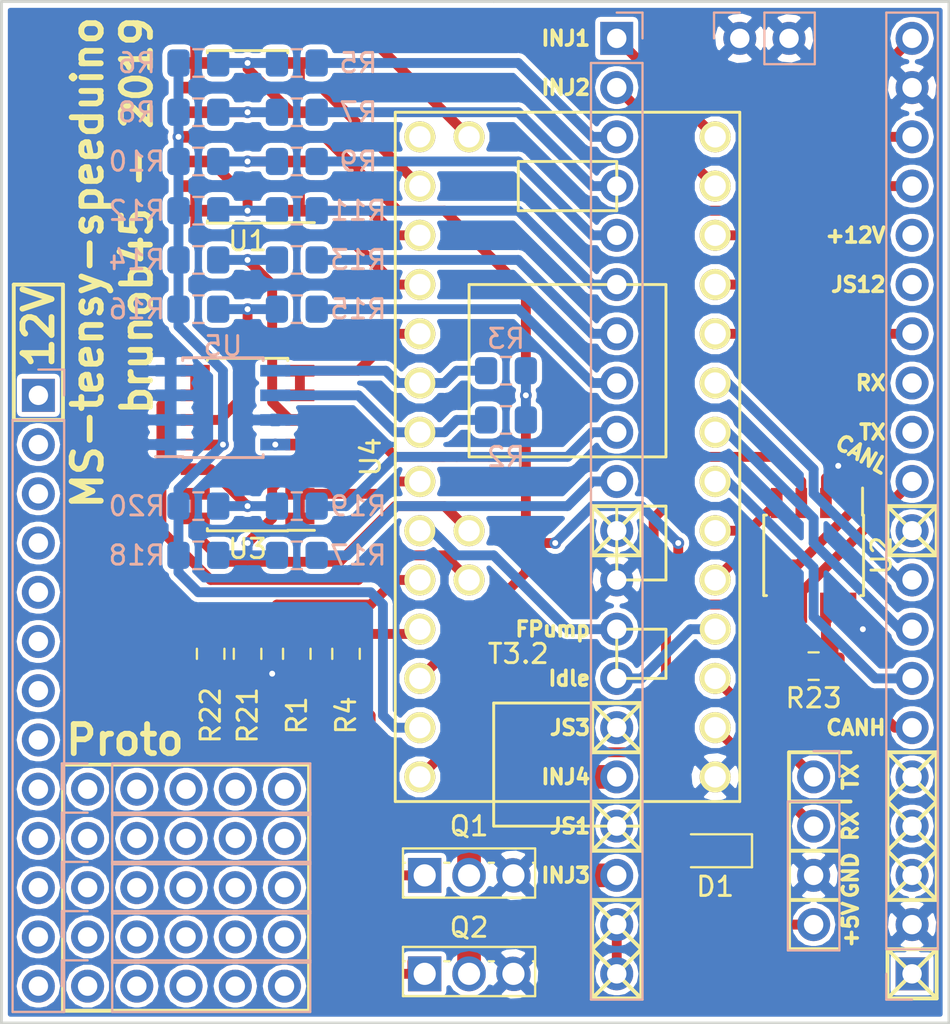
<source format=kicad_pcb>
(kicad_pcb (version 20171130) (host pcbnew "(5.0.2)-1")
  (layers (0 F.Cu signal) (31 B.Cu signal) (36 B.SilkS user) (37 F.SilkS user) (38 B.Mask user) (39 F.Mask user) (44 Edge.Cuts user))
  (net 0 "")
  (net 1 Earth)
  (net 2 IGN1)
  (net 3 IGN2)
  (net 4 ECL)
  (net 5 IRQ0)
  (net 6 IRQ1)
  (net 7 +5V)
  (net 8 AD0)
  (net 9 AD1)
  (net 10 AD2)
  (net 11 AD3)
  (net 12 AD4)
  (net 13 AD5)
  (net 14 AD6)
  (net 15 AD7)
  (net 16 FP)
  (net 17 Idle)
  (net 18 JS0)
  (net 19 INJ1)
  (net 20 INJ2)
  (net 21 "Net-(R5-Pad2)")
  (net 22 "Net-(R7-Pad2)")
  (net 23 "Net-(R10-Pad1)")
  (net 24 "Net-(R11-Pad2)")
  (net 25 "Net-(R13-Pad2)")
  (net 26 "Net-(R15-Pad2)")
  (net 27 "Net-(R17-Pad2)")
  (net 28 "Net-(R19-Pad2)")
  (net 29 A0)
  (net 30 +3V3)
  (net 31 A1)
  (net 32 A2)
  (net 33 A3)
  (net 34 A4)
  (net 35 A5)
  (net 36 A6)
  (net 37 INJ3)
  (net 38 INJ4)
  (net 39 A7)
  (net 40 GNDA)
  (net 41 "Net-(R2-Pad2)")
  (net 42 "Net-(R3-Pad2)")
  (net 43 FAN)
  (net 44 "Net-(J2-Pad19)")
  (net 45 JS2)
  (net 46 "Net-(Q1-Pad1)")
  (net 47 "Net-(Q2-Pad1)")
  (net 48 CANH)
  (net 49 CANL)
  (net 50 "Net-(U2-Pad1)")
  (net 51 "Net-(U2-Pad4)")
  (net 52 "Net-(D1-Pad1)")
  (net 53 "Net-(J5-Pad1)")
  (net 54 "Net-(J5-Pad2)")
  (net 55 JS7)
  (net 56 TX)
  (net 57 RX)
  (net 58 JS12)
  (net 59 +12V)
  (net 60 JS3)
  (net 61 JS1)
  (net 62 "Net-(J3-Pad1)")
  (net 63 "Net-(J3-Pad2)")
  (net 64 "Net-(J3-Pad3)")
  (net 65 "Net-(J3-Pad4)")
  (net 66 "Net-(J3-Pad5)")
  (net 67 "Net-(J3-Pad6)")
  (net 68 "Net-(J3-Pad7)")
  (net 69 "Net-(J3-Pad8)")
  (net 70 "Net-(J3-Pad9)")
  (net 71 "Net-(J3-Pad10)")
  (net 72 "Net-(J3-Pad11)")
  (net 73 "Net-(J3-Pad12)")
  (net 74 D13)
  (net 75 Vsyn)
  (net 76 CGMXFC)
  (net 77 OSC2)
  (net 78 OSC1)
  (net 79 Vref)
  (module Connector_PinHeader_2.54mm:PinHeader_1x05_P2.54mm_Vertical (layer B.Cu) (at 122.555 117.475 270)
    (fp_text reference REF** hide)
    (fp_text value PinHeader_1x05_P2.54mm_Vertical)
    (pad 1 thru_hole circle (at 0 0 270) (size 1.7 1.7) (drill 1) (layers *.Cu *.Mask))
    (pad 2 thru_hole oval (at 0 -2.54 270) (size 1.7 1.7) (drill 1) (layers *.Cu *.Mask))
    (pad 3 thru_hole oval (at 0 -5.08 270) (size 1.7 1.7) (drill 1) (layers *.Cu *.Mask))
    (pad 4 thru_hole oval (at 0 -7.62 270) (size 1.7 1.7) (drill 1) (layers *.Cu *.Mask))
    (pad 5 thru_hole oval (at 0 -10.16 270) (size 1.7 1.7) (drill 1) (layers *.Cu *.Mask))
  )
  (module Connector_PinHeader_2.54mm:PinHeader_1x05_P2.54mm_Vertical (layer B.Cu) (at 122.555 114.935 270)
    (fp_text reference REF** hide)
    (fp_text value PinHeader_1x05_P2.54mm_Vertical)
    (pad 5 thru_hole oval (at 0 -10.16 270) (size 1.7 1.7) (drill 1) (layers *.Cu *.Mask))
    (pad 4 thru_hole oval (at 0 -7.62 270) (size 1.7 1.7) (drill 1) (layers *.Cu *.Mask))
    (pad 3 thru_hole oval (at 0 -5.08 270) (size 1.7 1.7) (drill 1) (layers *.Cu *.Mask))
    (pad 2 thru_hole oval (at 0 -2.54 270) (size 1.7 1.7) (drill 1) (layers *.Cu *.Mask))
    (pad 1 thru_hole circle (at 0 0 270) (size 1.7 1.7) (drill 1) (layers *.Cu *.Mask))
  )
  (module Connector_PinHeader_2.54mm:PinHeader_1x05_P2.54mm_Vertical (layer B.Cu) (at 122.555 112.395 270)
    (fp_text reference REF** hide)
    (fp_text value PinHeader_1x05_P2.54mm_Vertical)
    (pad 1 thru_hole circle (at 0 0 270) (size 1.7 1.7) (drill 1) (layers *.Cu *.Mask))
    (pad 2 thru_hole oval (at 0 -2.54 270) (size 1.7 1.7) (drill 1) (layers *.Cu *.Mask))
    (pad 3 thru_hole oval (at 0 -5.08 270) (size 1.7 1.7) (drill 1) (layers *.Cu *.Mask))
    (pad 4 thru_hole oval (at 0 -7.62 270) (size 1.7 1.7) (drill 1) (layers *.Cu *.Mask))
    (pad 5 thru_hole oval (at 0 -10.16 270) (size 1.7 1.7) (drill 1) (layers *.Cu *.Mask))
  )
  (module Connector_PinHeader_2.54mm:PinHeader_1x05_P2.54mm_Vertical (layer B.Cu) (at 122.555 109.855 270)
    (fp_text reference REF** hide)
    (fp_text value PinHeader_1x05_P2.54mm_Vertical)
    (pad 5 thru_hole oval (at 0 -10.16 270) (size 1.7 1.7) (drill 1) (layers *.Cu *.Mask))
    (pad 4 thru_hole oval (at 0 -7.62 270) (size 1.7 1.7) (drill 1) (layers *.Cu *.Mask))
    (pad 3 thru_hole oval (at 0 -5.08 270) (size 1.7 1.7) (drill 1) (layers *.Cu *.Mask))
    (pad 2 thru_hole oval (at 0 -2.54 270) (size 1.7 1.7) (drill 1) (layers *.Cu *.Mask))
    (pad 1 thru_hole circle (at 0 0 270) (size 1.7 1.7) (drill 1) (layers *.Cu *.Mask))
  )
  (module Connector_PinHeader_2.54mm:PinHeader_1x05_P2.54mm_Vertical (layer B.Cu) (at 122.555 107.315 270)
    (fp_text reference REF** hide)
    (fp_text value PinHeader_1x05_P2.54mm_Vertical)
    (pad 1 thru_hole circle (at 0 0 270) (size 1.7 1.7) (drill 1) (layers *.Cu *.Mask))
    (pad 2 thru_hole oval (at 0 -2.54 270) (size 1.7 1.7) (drill 1) (layers *.Cu *.Mask))
    (pad 3 thru_hole oval (at 0 -5.08 270) (size 1.7 1.7) (drill 1) (layers *.Cu *.Mask))
    (pad 4 thru_hole oval (at 0 -7.62 270) (size 1.7 1.7) (drill 1) (layers *.Cu *.Mask))
    (pad 5 thru_hole oval (at 0 -10.16 270) (size 1.7 1.7) (drill 1) (layers *.Cu *.Mask))
  )
  (module teensy:Teensy32 (layer F.Cu) (at 147.32 90.17 90)
    (fp_text reference U4 (at 0 -10.16 90) (layer F.SilkS))
    (fp_text value Teensy3.2)
    (fp_text user T3.2 (at -10.16 -2.54 -180) (layer F.SilkS))
    (pad 19 thru_hole circle (at 16.51 -5.08 90) (size 1.6 1.6) (drill 1.1) (layers *.Cu *.Mask F.SilkS) (net 32 A2))
    (pad 20 thru_hole circle (at 16.51 -7.62 90) (size 1.6 1.6) (drill 1.1) (layers *.Cu *.Mask F.SilkS) (net 74 D13))
    (pad 14 thru_hole circle (at 16.51 7.62 90) (size 1.6 1.6) (drill 1.1) (layers *.Cu *.Mask F.SilkS) (net 19 INJ1))
    (pad 21 thru_hole circle (at 13.97 -7.62 90) (size 1.6 1.6) (drill 1.1) (layers *.Cu *.Mask F.SilkS) (net 29 A0))
    (pad 22 thru_hole circle (at 11.43 -7.62 90) (size 1.6 1.6) (drill 1.1) (layers *.Cu *.Mask F.SilkS) (net 31 A1))
    (pad 23 thru_hole circle (at 8.89 -7.62 90) (size 1.6 1.6) (drill 1.1) (layers *.Cu *.Mask F.SilkS) (net 33 A3))
    (pad 24 thru_hole circle (at 6.35 -7.62 90) (size 1.6 1.6) (drill 1.1) (layers *.Cu *.Mask F.SilkS) (net 34 A4))
    (pad 25 thru_hole circle (at 3.81 -7.62 90) (size 1.6 1.6) (drill 1.1) (layers *.Cu *.Mask F.SilkS) (net 42 "Net-(R3-Pad2)"))
    (pad 26 thru_hole circle (at 1.27 -7.62 90) (size 1.6 1.6) (drill 1.1) (layers *.Cu *.Mask F.SilkS) (net 41 "Net-(R2-Pad2)"))
    (pad 27 thru_hole circle (at -1.27 -7.62 90) (size 1.6 1.6) (drill 1.1) (layers *.Cu *.Mask F.SilkS) (net 39 A7))
    (pad 28 thru_hole circle (at -3.81 -7.62 90) (size 1.6 1.6) (drill 1.1) (layers *.Cu *.Mask F.SilkS) (net 16 FP))
    (pad 29 thru_hole circle (at -6.35 -7.62 90) (size 1.6 1.6) (drill 1.1) (layers *.Cu *.Mask F.SilkS) (net 37 INJ3))
    (pad 30 thru_hole circle (at -8.89 -7.62 90) (size 1.6 1.6) (drill 1.1) (layers *.Cu *.Mask F.SilkS) (net 38 INJ4))
    (pad 31 thru_hole circle (at -11.43 -7.62 90) (size 1.6 1.6) (drill 1.1) (layers *.Cu *.Mask F.SilkS) (net 30 +3V3))
    (pad 32 thru_hole circle (at -13.97 -7.62 90) (size 1.6 1.6) (drill 1.1) (layers *.Cu *.Mask F.SilkS) (net 40 GNDA))
    (pad 33 thru_hole circle (at -16.51 -7.62 90) (size 1.6 1.6) (drill 1.1) (layers *.Cu *.Mask F.SilkS) (net 52 "Net-(D1-Pad1)"))
    (pad 36 thru_hole circle (at -6.35 -5.08 90) (size 1.6 1.6) (drill 1.1) (layers *.Cu *.Mask F.SilkS) (net 35 A5))
    (pad 37 thru_hole circle (at -3.81 -5.08 90) (size 1.6 1.6) (drill 1.1) (layers *.Cu *.Mask F.SilkS) (net 36 A6))
    (pad 13 thru_hole circle (at 13.97 7.62 90) (size 1.6 1.6) (drill 1.1) (layers *.Cu *.Mask F.SilkS) (net 20 INJ2))
    (pad 12 thru_hole circle (at 11.43 7.62 90) (size 1.6 1.6) (drill 1.1) (layers *.Cu *.Mask F.SilkS) (net 43 FAN))
    (pad 11 thru_hole circle (at 8.89 7.62 90) (size 1.6 1.6) (drill 1.1) (layers *.Cu *.Mask F.SilkS) (net 6 IRQ1))
    (pad 10 thru_hole circle (at 6.35 7.62 90) (size 1.6 1.6) (drill 1.1) (layers *.Cu *.Mask F.SilkS) (net 5 IRQ0))
    (pad 9 thru_hole circle (at 3.81 7.62 90) (size 1.6 1.6) (drill 1.1) (layers *.Cu *.Mask F.SilkS) (net 4 ECL))
    (pad 8 thru_hole circle (at 1.27 7.62 90) (size 1.6 1.6) (drill 1.1) (layers *.Cu *.Mask F.SilkS) (net 3 IGN2))
    (pad 7 thru_hole circle (at -1.27 7.62 90) (size 1.6 1.6) (drill 1.1) (layers *.Cu *.Mask F.SilkS) (net 2 IGN1))
    (pad 6 thru_hole circle (at -3.81 7.62 90) (size 1.6 1.6) (drill 1.1) (layers *.Cu *.Mask F.SilkS) (net 51 "Net-(U2-Pad4)"))
    (pad 5 thru_hole circle (at -6.35 7.62 90) (size 1.6 1.6) (drill 1.1) (layers *.Cu *.Mask F.SilkS) (net 50 "Net-(U2-Pad1)"))
    (pad 4 thru_hole circle (at -8.89 7.62 90) (size 1.6 1.6) (drill 1.1) (layers *.Cu *.Mask F.SilkS) (net 17 Idle))
    (pad 3 thru_hole circle (at -11.43 7.62 90) (size 1.6 1.6) (drill 1.1) (layers *.Cu *.Mask F.SilkS) (net 53 "Net-(J5-Pad1)"))
    (pad 2 thru_hole circle (at -13.97 7.62 90) (size 1.6 1.6) (drill 1.1) (layers *.Cu *.Mask F.SilkS) (net 54 "Net-(J5-Pad2)"))
    (pad 1 thru_hole circle (at -16.51 7.62 90) (size 1.6 1.6) (drill 1.1) (layers *.Cu *.Mask F.SilkS) (net 1 Earth))
  )
  (module Resistor_SMD:R_0805_2012Metric_Pad1.15x1.40mm_HandSolder (layer F.Cu) (at 135.89 100.33 90)
    (fp_text reference R4 (at -3.175 0 90) (layer F.SilkS))
    (fp_text value 1k)
    (pad 1 smd roundrect (at -1.025 0 90) (size 1.15 1.4) (layers F.Cu F.Paste F.Mask) (roundrect_rratio 0.217391) (net 46 "Net-(Q1-Pad1)"))
    (pad 2 smd roundrect (at 1.025 0 90) (size 1.15 1.4) (layers F.Cu F.Paste F.Mask) (roundrect_rratio 0.217391) (net 38 INJ4))
  )
  (module Pin_Headers:Pin_Header_Straight_1x20_Pitch2.54mm (layer B.Cu) (at 149.86 68.58 180)
    (fp_text reference J2 hide)
    (fp_text value Conn_01x20_Female)
    (pad 1 thru_hole rect (at 0 0 180) (size 1.7 1.7) (drill 1) (layers *.Cu *.Mask) (net 19 INJ1))
    (pad 2 thru_hole oval (at 0 -2.54 180) (size 1.7 1.7) (drill 1) (layers *.Cu *.Mask) (net 20 INJ2))
    (pad 3 thru_hole oval (at 0 -5.08 180) (size 1.7 1.7) (drill 1) (layers *.Cu *.Mask) (net 8 AD0))
    (pad 4 thru_hole oval (at 0 -7.62 180) (size 1.7 1.7) (drill 1) (layers *.Cu *.Mask) (net 9 AD1))
    (pad 5 thru_hole oval (at 0 -10.16 180) (size 1.7 1.7) (drill 1) (layers *.Cu *.Mask) (net 10 AD2))
    (pad 6 thru_hole oval (at 0 -12.7 180) (size 1.7 1.7) (drill 1) (layers *.Cu *.Mask) (net 11 AD3))
    (pad 7 thru_hole oval (at 0 -15.24 180) (size 1.7 1.7) (drill 1) (layers *.Cu *.Mask) (net 12 AD4))
    (pad 8 thru_hole oval (at 0 -17.78 180) (size 1.7 1.7) (drill 1) (layers *.Cu *.Mask) (net 13 AD5))
    (pad 9 thru_hole oval (at 0 -20.32 180) (size 1.7 1.7) (drill 1) (layers *.Cu *.Mask) (net 14 AD6))
    (pad 10 thru_hole oval (at 0 -22.86 180) (size 1.7 1.7) (drill 1) (layers *.Cu *.Mask) (net 15 AD7))
    (pad 11 thru_hole oval (at 0 -25.4 180) (size 1.7 1.7) (drill 1) (layers *.Cu *.Mask) (net 79 Vref))
    (pad 12 thru_hole oval (at 0 -27.94 135) (size 1.7 1.7) (drill 1) (layers *.Cu *.Mask) (net 1 Earth))
    (pad 13 thru_hole oval (at 0 -30.48 180) (size 1.7 1.7) (drill 1) (layers *.Cu *.Mask) (net 16 FP))
    (pad 14 thru_hole oval (at 0 -33.02 180) (size 1.7 1.7) (drill 1) (layers *.Cu *.Mask) (net 17 Idle))
    (pad 15 thru_hole oval (at 0 -35.56 180) (size 1.7 1.7) (drill 1) (layers *.Cu *.Mask) (net 60 JS3))
    (pad 16 thru_hole oval (at 0 -38.1 180) (size 1.7 1.7) (drill 1) (layers *.Cu *.Mask) (net 45 JS2))
    (pad 17 thru_hole oval (at 0 -40.64 180) (size 1.7 1.7) (drill 1) (layers *.Cu *.Mask) (net 61 JS1))
    (pad 18 thru_hole oval (at 0 -43.18 180) (size 1.7 1.7) (drill 1) (layers *.Cu *.Mask) (net 18 JS0))
    (pad 19 thru_hole oval (at 0 -45.72 180) (size 1.7 1.7) (drill 1) (layers *.Cu *.Mask) (net 44 "Net-(J2-Pad19)"))
    (pad 20 thru_hole oval (at 0 -48.26 180) (size 1.7 1.7) (drill 1) (layers *.Cu *.Mask) (net 44 "Net-(J2-Pad19)"))
  )
  (module Package_SO:SOIC-8_3.9x4.9mm_P1.27mm (layer F.Cu) (at 160.02 95.25 270)
    (fp_text reference U2 (at 0 -3.5 270) (layer F.SilkS))
    (fp_text value MCP2562-E-SN)
    (pad 1 smd rect (at -2.7 -1.905 270) (size 1.55 0.6) (layers F.Cu F.Paste F.Mask) (net 50 "Net-(U2-Pad1)"))
    (pad 2 smd rect (at -2.7 -0.635 270) (size 1.55 0.6) (layers F.Cu F.Paste F.Mask) (net 1 Earth))
    (pad 3 smd rect (at -2.7 0.635 270) (size 1.55 0.6) (layers F.Cu F.Paste F.Mask) (net 7 +5V))
    (pad 4 smd rect (at -2.7 1.905 270) (size 1.55 0.6) (layers F.Cu F.Paste F.Mask) (net 51 "Net-(U2-Pad4)"))
    (pad 5 smd rect (at 2.7 1.905 270) (size 1.55 0.6) (layers F.Cu F.Paste F.Mask) (net 30 +3V3))
    (pad 6 smd rect (at 2.7 0.635 270) (size 1.55 0.6) (layers F.Cu F.Paste F.Mask) (net 49 CANL))
    (pad 7 smd rect (at 2.7 -0.635 270) (size 1.55 0.6) (layers F.Cu F.Paste F.Mask) (net 48 CANH))
    (pad 8 smd rect (at 2.7 -1.905 270) (size 1.55 0.6) (layers F.Cu F.Paste F.Mask) (net 1 Earth))
  )
  (module Pin_Headers:Pin_Header_Straight_1x20_Pitch2.54mm (layer B.Cu) (at 165.1 116.84)
    (fp_text reference J1 hide)
    (fp_text value Conn_01x20_Female)
    (pad 1 thru_hole rect (at 0 0) (size 1.7 1.7) (drill 1) (layers *.Cu *.Mask) (net 75 Vsyn))
    (pad 2 thru_hole oval (at 0 -2.54 315) (size 1.7 1.7) (drill 1) (layers *.Cu *.Mask) (net 1 Earth))
    (pad 3 thru_hole oval (at 0 -5.08) (size 1.7 1.7) (drill 1) (layers *.Cu *.Mask) (net 76 CGMXFC))
    (pad 4 thru_hole oval (at 0 -7.62) (size 1.7 1.7) (drill 1) (layers *.Cu *.Mask) (net 77 OSC2))
    (pad 5 thru_hole oval (at 0 -10.16) (size 1.7 1.7) (drill 1) (layers *.Cu *.Mask) (net 78 OSC1))
    (pad 6 thru_hole oval (at 0 -12.7) (size 1.7 1.7) (drill 1) (layers *.Cu *.Mask) (net 48 CANH))
    (pad 7 thru_hole oval (at 0 -15.24) (size 1.7 1.7) (drill 1) (layers *.Cu *.Mask) (net 2 IGN1))
    (pad 8 thru_hole oval (at 0 -17.78) (size 1.7 1.7) (drill 1) (layers *.Cu *.Mask) (net 3 IGN2))
    (pad 9 thru_hole oval (at 0 -20.32) (size 1.7 1.7) (drill 1) (layers *.Cu *.Mask) (net 4 ECL))
    (pad 10 thru_hole oval (at 0 -22.86) (size 1.7 1.7) (drill 1) (layers *.Cu *.Mask) (net 55 JS7))
    (pad 11 thru_hole oval (at 0 -25.4) (size 1.7 1.7) (drill 1) (layers *.Cu *.Mask) (net 49 CANL))
    (pad 12 thru_hole oval (at 0 -27.94) (size 1.7 1.7) (drill 1) (layers *.Cu *.Mask) (net 56 TX))
    (pad 13 thru_hole oval (at 0 -30.48) (size 1.7 1.7) (drill 1) (layers *.Cu *.Mask) (net 57 RX))
    (pad 14 thru_hole oval (at 0 -33.02) (size 1.7 1.7) (drill 1) (layers *.Cu *.Mask) (net 5 IRQ0))
    (pad 15 thru_hole oval (at 0 -35.56) (size 1.7 1.7) (drill 1) (layers *.Cu *.Mask) (net 58 JS12))
    (pad 16 thru_hole oval (at 0 -38.1) (size 1.7 1.7) (drill 1) (layers *.Cu *.Mask) (net 59 +12V))
    (pad 17 thru_hole oval (at 0 -40.64) (size 1.7 1.7) (drill 1) (layers *.Cu *.Mask) (net 6 IRQ1))
    (pad 18 thru_hole oval (at 0 -43.18) (size 1.7 1.7) (drill 1) (layers *.Cu *.Mask) (net 43 FAN))
    (pad 19 thru_hole oval (at 0 -45.72 315) (size 1.7 1.7) (drill 1) (layers *.Cu *.Mask) (net 1 Earth))
    (pad 20 thru_hole oval (at 0 -48.26) (size 1.7 1.7) (drill 1) (layers *.Cu *.Mask) (net 7 +5V))
  )
  (module Resistor_SMD:R_0805_2012Metric_Pad1.15x1.40mm_HandSolder (layer F.Cu) (at 133.35 100.33 90)
    (fp_text reference R1 (at -3.175 0 90) (layer F.SilkS))
    (fp_text value 91k)
    (pad 2 smd roundrect (at 1.024999 0 90) (size 1.15 1.4) (layers F.Cu F.Paste F.Mask) (roundrect_rratio 0.217391) (net 38 INJ4))
    (pad 1 smd roundrect (at -1.024999 0 90) (size 1.15 1.4) (layers F.Cu F.Paste F.Mask) (roundrect_rratio 0.217391) (net 1 Earth))
  )
  (module Resistor_SMD:R_0805_2012Metric_Pad1.15x1.40mm_HandSolder (layer F.Cu) (at 130.81 100.33 90)
    (fp_text reference R21 (at -3.175 0 90) (layer F.SilkS))
    (fp_text value 91k)
    (pad 2 smd roundrect (at 1.024999 0 90) (size 1.15 1.4) (layers F.Cu F.Paste F.Mask) (roundrect_rratio 0.217391) (net 37 INJ3))
    (pad 1 smd roundrect (at -1.024999 0 90) (size 1.15 1.4) (layers F.Cu F.Paste F.Mask) (roundrect_rratio 0.217391) (net 1 Earth))
  )
  (module Resistor_SMD:R_0805_2012Metric_Pad1.15x1.40mm_HandSolder (layer F.Cu) (at 128.905 100.33 90)
    (fp_text reference R22 (at -3.175 0 90) (layer F.SilkS))
    (fp_text value 1k)
    (pad 1 smd roundrect (at -1.025 0 90) (size 1.15 1.4) (layers F.Cu F.Paste F.Mask) (roundrect_rratio 0.217391) (net 47 "Net-(Q2-Pad1)"))
    (pad 2 smd roundrect (at 1.025 0 90) (size 1.15 1.4) (layers F.Cu F.Paste F.Mask) (roundrect_rratio 0.217391) (net 37 INJ3))
  )
  (module Resistor_SMD:R_0805_2012Metric_Pad1.15x1.40mm_HandSolder (layer B.Cu) (at 144.145 88.265 180)
    (fp_text reference R2 (at 0 -1.905 180) (layer B.SilkS) (effects (justify mirror)))
    (fp_text value 1k)
    (pad 1 smd roundrect (at -1.025 0 180) (size 1.15 1.4) (layers B.Cu B.Paste B.Mask) (roundrect_rratio 0.217391) (net 30 +3V3))
    (pad 2 smd roundrect (at 1.025 0 180) (size 1.15 1.4) (layers B.Cu B.Paste B.Mask) (roundrect_rratio 0.217391) (net 41 "Net-(R2-Pad2)"))
  )
  (module Resistor_SMD:R_0805_2012Metric_Pad1.15x1.40mm_HandSolder (layer B.Cu) (at 144.145 85.725 180)
    (fp_text reference R3 (at 0 1.65 180) (layer B.SilkS) (effects (justify mirror)))
    (fp_text value 1k)
    (pad 2 smd roundrect (at 1.025 0 180) (size 1.15 1.4) (layers B.Cu B.Paste B.Mask) (roundrect_rratio 0.217391) (net 42 "Net-(R3-Pad2)"))
    (pad 1 smd roundrect (at -1.025 0 180) (size 1.15 1.4) (layers B.Cu B.Paste B.Mask) (roundrect_rratio 0.217391) (net 30 +3V3))
  )
  (module Resistor_SMD:R_0805_2012Metric_Pad1.15x1.40mm_HandSolder (layer B.Cu) (at 133.35 69.85 180)
    (fp_text reference R5 (at -3.175 0 180) (layer B.SilkS) (effects (justify mirror)))
    (fp_text value 49k)
    (pad 2 smd roundrect (at 1.025 0 180) (size 1.15 1.4) (layers B.Cu B.Paste B.Mask) (roundrect_rratio 0.217391) (net 21 "Net-(R5-Pad2)"))
    (pad 1 smd roundrect (at -1.025 0 180) (size 1.15 1.4) (layers B.Cu B.Paste B.Mask) (roundrect_rratio 0.217391) (net 8 AD0))
  )
  (module Resistor_SMD:R_0805_2012Metric_Pad1.15x1.40mm_HandSolder (layer B.Cu) (at 128.27 69.85 180)
    (fp_text reference R6 (at 3.175 0 180) (layer B.SilkS) (effects (justify mirror)))
    (fp_text value 91k)
    (pad 1 smd roundrect (at -1.025 0 180) (size 1.15 1.4) (layers B.Cu B.Paste B.Mask) (roundrect_rratio 0.217391) (net 21 "Net-(R5-Pad2)"))
    (pad 2 smd roundrect (at 1.025 0 180) (size 1.15 1.4) (layers B.Cu B.Paste B.Mask) (roundrect_rratio 0.217391) (net 40 GNDA))
  )
  (module Resistor_SMD:R_0805_2012Metric_Pad1.15x1.40mm_HandSolder (layer B.Cu) (at 133.35 72.39 180)
    (fp_text reference R7 (at -3.175 0 180) (layer B.SilkS) (effects (justify mirror)))
    (fp_text value 49k)
    (pad 1 smd roundrect (at -1.025 0 180) (size 1.15 1.4) (layers B.Cu B.Paste B.Mask) (roundrect_rratio 0.217391) (net 9 AD1))
    (pad 2 smd roundrect (at 1.025 0 180) (size 1.15 1.4) (layers B.Cu B.Paste B.Mask) (roundrect_rratio 0.217391) (net 22 "Net-(R7-Pad2)"))
  )
  (module Resistor_SMD:R_0805_2012Metric_Pad1.15x1.40mm_HandSolder (layer B.Cu) (at 128.27 72.39 180)
    (fp_text reference R8 (at 3.175 0 180) (layer B.SilkS) (effects (justify mirror)))
    (fp_text value 91k)
    (pad 2 smd roundrect (at 1.025 0 180) (size 1.15 1.4) (layers B.Cu B.Paste B.Mask) (roundrect_rratio 0.217391) (net 40 GNDA))
    (pad 1 smd roundrect (at -1.025 0 180) (size 1.15 1.4) (layers B.Cu B.Paste B.Mask) (roundrect_rratio 0.217391) (net 22 "Net-(R7-Pad2)"))
  )
  (module Resistor_SMD:R_0805_2012Metric_Pad1.15x1.40mm_HandSolder (layer B.Cu) (at 133.35 74.93 180)
    (fp_text reference R9 (at -3.175 0 180) (layer B.SilkS) (effects (justify mirror)))
    (fp_text value 49k)
    (pad 1 smd roundrect (at -1.025 0 180) (size 1.15 1.4) (layers B.Cu B.Paste B.Mask) (roundrect_rratio 0.217391) (net 10 AD2))
    (pad 2 smd roundrect (at 1.025 0 180) (size 1.15 1.4) (layers B.Cu B.Paste B.Mask) (roundrect_rratio 0.217391) (net 23 "Net-(R10-Pad1)"))
  )
  (module Resistor_SMD:R_0805_2012Metric_Pad1.15x1.40mm_HandSolder (layer B.Cu) (at 128.27 74.93 180)
    (fp_text reference R10 (at 3.175 0 180) (layer B.SilkS) (effects (justify mirror)))
    (fp_text value 91k)
    (pad 2 smd roundrect (at 1.025 0 180) (size 1.15 1.4) (layers B.Cu B.Paste B.Mask) (roundrect_rratio 0.217391) (net 40 GNDA))
    (pad 1 smd roundrect (at -1.025 0 180) (size 1.15 1.4) (layers B.Cu B.Paste B.Mask) (roundrect_rratio 0.217391) (net 23 "Net-(R10-Pad1)"))
  )
  (module Resistor_SMD:R_0805_2012Metric_Pad1.15x1.40mm_HandSolder (layer B.Cu) (at 133.35 77.47 180)
    (fp_text reference R11 (at -3.175 0 180) (layer B.SilkS) (effects (justify mirror)))
    (fp_text value 49k)
    (pad 1 smd roundrect (at -1.025 0 180) (size 1.15 1.4) (layers B.Cu B.Paste B.Mask) (roundrect_rratio 0.217391) (net 11 AD3))
    (pad 2 smd roundrect (at 1.025 0 180) (size 1.15 1.4) (layers B.Cu B.Paste B.Mask) (roundrect_rratio 0.217391) (net 24 "Net-(R11-Pad2)"))
  )
  (module Resistor_SMD:R_0805_2012Metric_Pad1.15x1.40mm_HandSolder (layer B.Cu) (at 128.27 77.47 180)
    (fp_text reference R12 (at 3.175 0 180) (layer B.SilkS) (effects (justify mirror)))
    (fp_text value 91k)
    (pad 2 smd roundrect (at 1.025 0 180) (size 1.15 1.4) (layers B.Cu B.Paste B.Mask) (roundrect_rratio 0.217391) (net 40 GNDA))
    (pad 1 smd roundrect (at -1.025 0 180) (size 1.15 1.4) (layers B.Cu B.Paste B.Mask) (roundrect_rratio 0.217391) (net 24 "Net-(R11-Pad2)"))
  )
  (module Resistor_SMD:R_0805_2012Metric_Pad1.15x1.40mm_HandSolder (layer B.Cu) (at 133.35 80.01 180)
    (fp_text reference R13 (at -3.175 0 180) (layer B.SilkS) (effects (justify mirror)))
    (fp_text value 49k)
    (pad 1 smd roundrect (at -1.025 0 180) (size 1.15 1.4) (layers B.Cu B.Paste B.Mask) (roundrect_rratio 0.217391) (net 12 AD4))
    (pad 2 smd roundrect (at 1.025 0 180) (size 1.15 1.4) (layers B.Cu B.Paste B.Mask) (roundrect_rratio 0.217391) (net 25 "Net-(R13-Pad2)"))
  )
  (module Resistor_SMD:R_0805_2012Metric_Pad1.15x1.40mm_HandSolder (layer B.Cu) (at 128.27 80.01 180)
    (fp_text reference R14 (at 3.175 0 180) (layer B.SilkS) (effects (justify mirror)))
    (fp_text value 91k)
    (pad 2 smd roundrect (at 1.025 0 180) (size 1.15 1.4) (layers B.Cu B.Paste B.Mask) (roundrect_rratio 0.217391) (net 40 GNDA))
    (pad 1 smd roundrect (at -1.025 0 180) (size 1.15 1.4) (layers B.Cu B.Paste B.Mask) (roundrect_rratio 0.217391) (net 25 "Net-(R13-Pad2)"))
  )
  (module Resistor_SMD:R_0805_2012Metric_Pad1.15x1.40mm_HandSolder (layer B.Cu) (at 133.35 82.55 180)
    (fp_text reference R15 (at -3.175 0 180) (layer B.SilkS) (effects (justify mirror)))
    (fp_text value 49k)
    (pad 1 smd roundrect (at -1.025 0 180) (size 1.15 1.4) (layers B.Cu B.Paste B.Mask) (roundrect_rratio 0.217391) (net 13 AD5))
    (pad 2 smd roundrect (at 1.025 0 180) (size 1.15 1.4) (layers B.Cu B.Paste B.Mask) (roundrect_rratio 0.217391) (net 26 "Net-(R15-Pad2)"))
  )
  (module Resistor_SMD:R_0805_2012Metric_Pad1.15x1.40mm_HandSolder (layer B.Cu) (at 128.27 82.55 180)
    (fp_text reference R16 (at 3.175 0 180) (layer B.SilkS) (effects (justify mirror)))
    (fp_text value 91k)
    (pad 2 smd roundrect (at 1.025 0 180) (size 1.15 1.4) (layers B.Cu B.Paste B.Mask) (roundrect_rratio 0.217391) (net 40 GNDA))
    (pad 1 smd roundrect (at -1.025 0 180) (size 1.15 1.4) (layers B.Cu B.Paste B.Mask) (roundrect_rratio 0.217391) (net 26 "Net-(R15-Pad2)"))
  )
  (module Resistor_SMD:R_0805_2012Metric_Pad1.15x1.40mm_HandSolder (layer B.Cu) (at 133.35 95.25 180)
    (fp_text reference R17 (at -3.175 0 180) (layer B.SilkS) (effects (justify mirror)))
    (fp_text value 49k)
    (pad 1 smd roundrect (at -1.025 0 180) (size 1.15 1.4) (layers B.Cu B.Paste B.Mask) (roundrect_rratio 0.217391) (net 15 AD7))
    (pad 2 smd roundrect (at 1.025 0 180) (size 1.15 1.4) (layers B.Cu B.Paste B.Mask) (roundrect_rratio 0.217391) (net 27 "Net-(R17-Pad2)"))
  )
  (module Resistor_SMD:R_0805_2012Metric_Pad1.15x1.40mm_HandSolder (layer B.Cu) (at 128.27 95.25 180)
    (fp_text reference R18 (at 3.175 0 180) (layer B.SilkS) (effects (justify mirror)))
    (fp_text value 91k)
    (pad 2 smd roundrect (at 1.025 0 180) (size 1.15 1.4) (layers B.Cu B.Paste B.Mask) (roundrect_rratio 0.217391) (net 40 GNDA))
    (pad 1 smd roundrect (at -1.025 0 180) (size 1.15 1.4) (layers B.Cu B.Paste B.Mask) (roundrect_rratio 0.217391) (net 27 "Net-(R17-Pad2)"))
  )
  (module Resistor_SMD:R_0805_2012Metric_Pad1.15x1.40mm_HandSolder (layer B.Cu) (at 133.35 92.71 180)
    (fp_text reference R19 (at -3.175 0 180) (layer B.SilkS) (effects (justify mirror)))
    (fp_text value 49k)
    (pad 2 smd roundrect (at 1.025 0 180) (size 1.15 1.4) (layers B.Cu B.Paste B.Mask) (roundrect_rratio 0.217391) (net 28 "Net-(R19-Pad2)"))
    (pad 1 smd roundrect (at -1.025 0 180) (size 1.15 1.4) (layers B.Cu B.Paste B.Mask) (roundrect_rratio 0.217391) (net 14 AD6))
  )
  (module Resistor_SMD:R_0805_2012Metric_Pad1.15x1.40mm_HandSolder (layer B.Cu) (at 128.27 92.71 180)
    (fp_text reference R20 (at 3.175 0 180) (layer B.SilkS) (effects (justify mirror)))
    (fp_text value 91k)
    (pad 1 smd roundrect (at -1.025 0 180) (size 1.15 1.4) (layers B.Cu B.Paste B.Mask) (roundrect_rratio 0.217391) (net 28 "Net-(R19-Pad2)"))
    (pad 2 smd roundrect (at 1.025 0 180) (size 1.15 1.4) (layers B.Cu B.Paste B.Mask) (roundrect_rratio 0.217391) (net 40 GNDA))
  )
  (module Package_SO:SOIC-14_3.9x8.7mm_P1.27mm (layer F.Cu) (at 130.81 73.66 180)
    (fp_text reference U1 (at 0 -5.375 180) (layer F.SilkS))
    (fp_text value LMV324)
    (pad 14 smd rect (at 2.7 -3.81 180) (size 1.5 0.6) (layers F.Cu F.Paste F.Mask) (net 33 A3))
    (pad 13 smd rect (at 2.7 -2.54 180) (size 1.5 0.6) (layers F.Cu F.Paste F.Mask) (net 33 A3))
    (pad 12 smd rect (at 2.7 -1.27 180) (size 1.5 0.6) (layers F.Cu F.Paste F.Mask) (net 24 "Net-(R11-Pad2)"))
    (pad 11 smd rect (at 2.7 0 180) (size 1.5 0.6) (layers F.Cu F.Paste F.Mask) (net 40 GNDA))
    (pad 10 smd rect (at 2.7 1.27 180) (size 1.5 0.6) (layers F.Cu F.Paste F.Mask) (net 22 "Net-(R7-Pad2)"))
    (pad 9 smd rect (at 2.7 2.54 180) (size 1.5 0.6) (layers F.Cu F.Paste F.Mask) (net 32 A2))
    (pad 8 smd rect (at 2.7 3.81 180) (size 1.5 0.6) (layers F.Cu F.Paste F.Mask) (net 32 A2))
    (pad 7 smd rect (at -2.7 3.81 180) (size 1.5 0.6) (layers F.Cu F.Paste F.Mask) (net 29 A0))
    (pad 6 smd rect (at -2.7 2.54 180) (size 1.5 0.6) (layers F.Cu F.Paste F.Mask) (net 29 A0))
    (pad 5 smd rect (at -2.7 1.27 180) (size 1.5 0.6) (layers F.Cu F.Paste F.Mask) (net 21 "Net-(R5-Pad2)"))
    (pad 4 smd rect (at -2.7 0 180) (size 1.5 0.6) (layers F.Cu F.Paste F.Mask) (net 30 +3V3))
    (pad 3 smd rect (at -2.7 -1.27 180) (size 1.5 0.6) (layers F.Cu F.Paste F.Mask) (net 23 "Net-(R10-Pad1)"))
    (pad 2 smd rect (at -2.7 -2.54 180) (size 1.5 0.6) (layers F.Cu F.Paste F.Mask) (net 31 A1))
    (pad 1 smd rect (at -2.7 -3.81 180) (size 1.5 0.6) (layers F.Cu F.Paste F.Mask) (net 31 A1))
  )
  (module Package_SO:SOIC-14_3.9x8.7mm_P1.27mm (layer F.Cu) (at 130.81 89.535 180)
    (fp_text reference U3 (at 0 -5.375 180) (layer F.SilkS))
    (fp_text value LMV324)
    (pad 1 smd rect (at -2.7 -3.81 180) (size 1.5 0.6) (layers F.Cu F.Paste F.Mask) (net 39 A7))
    (pad 2 smd rect (at -2.7 -2.54 180) (size 1.5 0.6) (layers F.Cu F.Paste F.Mask) (net 39 A7))
    (pad 3 smd rect (at -2.7 -1.27 180) (size 1.5 0.6) (layers F.Cu F.Paste F.Mask) (net 27 "Net-(R17-Pad2)"))
    (pad 4 smd rect (at -2.7 0 180) (size 1.5 0.6) (layers F.Cu F.Paste F.Mask) (net 30 +3V3))
    (pad 5 smd rect (at -2.7 1.27 180) (size 1.5 0.6) (layers F.Cu F.Paste F.Mask) (net 25 "Net-(R13-Pad2)"))
    (pad 6 smd rect (at -2.7 2.54 180) (size 1.5 0.6) (layers F.Cu F.Paste F.Mask) (net 34 A4))
    (pad 7 smd rect (at -2.7 3.81 180) (size 1.5 0.6) (layers F.Cu F.Paste F.Mask) (net 34 A4))
    (pad 8 smd rect (at 2.7 3.81 180) (size 1.5 0.6) (layers F.Cu F.Paste F.Mask) (net 35 A5))
    (pad 9 smd rect (at 2.7 2.54 180) (size 1.5 0.6) (layers F.Cu F.Paste F.Mask) (net 35 A5))
    (pad 10 smd rect (at 2.7 1.27 180) (size 1.5 0.6) (layers F.Cu F.Paste F.Mask) (net 26 "Net-(R15-Pad2)"))
    (pad 11 smd rect (at 2.7 0 180) (size 1.5 0.6) (layers F.Cu F.Paste F.Mask) (net 40 GNDA))
    (pad 12 smd rect (at 2.7 -1.27 180) (size 1.5 0.6) (layers F.Cu F.Paste F.Mask) (net 28 "Net-(R19-Pad2)"))
    (pad 13 smd rect (at 2.7 -2.54 180) (size 1.5 0.6) (layers F.Cu F.Paste F.Mask) (net 36 A6))
    (pad 14 smd rect (at 2.7 -3.81 180) (size 1.5 0.6) (layers F.Cu F.Paste F.Mask) (net 36 A6))
  )
  (module Package_SO:SOIC-8_3.9x4.9mm_P1.27mm (layer B.Cu) (at 129.54 87.63)
    (fp_text reference U5 (at 0 -3.175) (layer B.SilkS) (effects (justify mirror)))
    (fp_text value AT24CS02-XHM)
    (pad 1 smd rect (at -2.7 1.905) (size 1.55 0.6) (layers B.Cu B.Paste B.Mask) (net 1 Earth))
    (pad 2 smd rect (at -2.7 0.635) (size 1.55 0.6) (layers B.Cu B.Paste B.Mask) (net 1 Earth))
    (pad 3 smd rect (at -2.7 -0.635) (size 1.55 0.6) (layers B.Cu B.Paste B.Mask) (net 1 Earth))
    (pad 4 smd rect (at -2.7 -1.905) (size 1.55 0.6) (layers B.Cu B.Paste B.Mask) (net 1 Earth))
    (pad 5 smd rect (at 2.7 -1.905) (size 1.55 0.6) (layers B.Cu B.Paste B.Mask) (net 42 "Net-(R3-Pad2)"))
    (pad 6 smd rect (at 2.7 -0.635) (size 1.55 0.6) (layers B.Cu B.Paste B.Mask) (net 41 "Net-(R2-Pad2)"))
    (pad 7 smd rect (at 2.7 0.635) (size 1.55 0.6) (layers B.Cu B.Paste B.Mask) (net 1 Earth))
    (pad 8 smd rect (at 2.7 1.905) (size 1.55 0.6) (layers B.Cu B.Paste B.Mask) (net 30 +3V3))
  )
  (module Package_TO_SOT_THT:TO-251-3_Vertical (layer F.Cu) (at 139.95 111.76)
    (fp_text reference Q1 (at 2.29 -2.54) (layer F.SilkS))
    (fp_text value RFD14N05L)
    (pad 3 thru_hole oval (at 4.58 0 45) (size 1.7175 1.8) (drill 1.143) (layers *.Cu *.Mask) (net 1 Earth))
    (pad 2 thru_hole oval (at 2.29 0) (size 1.7175 1.8) (drill 1.143) (layers *.Cu *.Mask) (net 45 JS2))
    (pad 1 thru_hole rect (at 0 0) (size 1.7175 1.8) (drill 1.143) (layers *.Cu *.Mask) (net 46 "Net-(Q1-Pad1)"))
  )
  (module Package_TO_SOT_THT:TO-251-3_Vertical (layer F.Cu) (at 139.95 116.84)
    (fp_text reference Q2 (at 2.29 -2.39) (layer F.SilkS))
    (fp_text value RFD14N05L)
    (pad 3 thru_hole oval (at 4.58 0 45) (size 1.7175 1.8) (drill 1.143) (layers *.Cu *.Mask) (net 1 Earth))
    (pad 2 thru_hole oval (at 2.29 0) (size 1.7175 1.8) (drill 1.143) (layers *.Cu *.Mask) (net 18 JS0))
    (pad 1 thru_hole rect (at 0 0) (size 1.7175 1.8) (drill 1.143) (layers *.Cu *.Mask) (net 47 "Net-(Q2-Pad1)"))
  )
  (module Diode_SMD:D_SOD-323_HandSoldering (layer F.Cu) (at 154.94 110.49 180)
    (fp_text reference D1 (at 0 -1.85 180) (layer F.SilkS))
    (fp_text value D_Schottky)
    (pad 2 smd rect (at 1.25 0 180) (size 1 1) (layers F.Cu F.Paste F.Mask) (net 7 +5V))
    (pad 1 smd rect (at -1.25 0 180) (size 1 1) (layers F.Cu F.Paste F.Mask) (net 52 "Net-(D1-Pad1)"))
  )
  (module Connector_PinHeader_2.54mm:PinHeader_1x02_P2.54mm_Vertical (layer B.Cu) (at 156.21 68.58 270)
    (fp_text reference J4 hide)
    (fp_text value Conn_01x02_Male)
    (pad 1 thru_hole circle (at 0 0 270) (size 1.7 1.7) (drill 1) (layers *.Cu *.Mask) (net 1 Earth))
    (pad 2 thru_hole oval (at 0 -2.54 225) (size 1.7 1.7) (drill 1) (layers *.Cu *.Mask) (net 1 Earth))
  )
  (module Connector_PinHeader_2.54mm:PinHeader_1x13_P2.54mm_Vertical (layer B.Cu) (at 120.015 86.995 180)
    (fp_text reference J3 hide)
    (fp_text value Conn_01x12_Male)
    (pad 1 thru_hole rect (at 0 0 180) (size 1.7 1.7) (drill 1) (layers *.Cu *.Mask) (net 62 "Net-(J3-Pad1)"))
    (pad 2 thru_hole oval (at 0 -2.54 180) (size 1.7 1.7) (drill 1) (layers *.Cu *.Mask) (net 63 "Net-(J3-Pad2)"))
    (pad 3 thru_hole oval (at 0 -5.08 180) (size 1.7 1.7) (drill 1) (layers *.Cu *.Mask) (net 64 "Net-(J3-Pad3)"))
    (pad 4 thru_hole oval (at 0 -7.62 180) (size 1.7 1.7) (drill 1) (layers *.Cu *.Mask) (net 65 "Net-(J3-Pad4)"))
    (pad 5 thru_hole oval (at 0 -10.16 180) (size 1.7 1.7) (drill 1) (layers *.Cu *.Mask) (net 66 "Net-(J3-Pad5)"))
    (pad 6 thru_hole oval (at 0 -12.7 180) (size 1.7 1.7) (drill 1) (layers *.Cu *.Mask) (net 67 "Net-(J3-Pad6)"))
    (pad 7 thru_hole oval (at 0 -15.24 180) (size 1.7 1.7) (drill 1) (layers *.Cu *.Mask) (net 68 "Net-(J3-Pad7)"))
    (pad 8 thru_hole oval (at 0 -17.78 180) (size 1.7 1.7) (drill 1) (layers *.Cu *.Mask) (net 69 "Net-(J3-Pad8)"))
    (pad 9 thru_hole oval (at 0 -20.32 180) (size 1.7 1.7) (drill 1) (layers *.Cu *.Mask) (net 70 "Net-(J3-Pad9)"))
    (pad 10 thru_hole oval (at 0 -22.86 180) (size 1.7 1.7) (drill 1) (layers *.Cu *.Mask) (net 71 "Net-(J3-Pad10)"))
    (pad 11 thru_hole oval (at 0 -25.4 180) (size 1.7 1.7) (drill 1) (layers *.Cu *.Mask) (net 72 "Net-(J3-Pad11)"))
    (pad 12 thru_hole oval (at 0 -27.94 180) (size 1.7 1.7) (drill 1) (layers *.Cu *.Mask) (net 73 "Net-(J3-Pad12)"))
    (pad 13 thru_hole oval (at 0 -30.48 180) (size 1.7 1.7) (drill 1) (layers *.Cu *.Mask))
  )
  (module Resistor_SMD:R_0805_2012Metric_Pad1.15x1.40mm_HandSolder (layer F.Cu) (at 160.02 100.965 180)
    (fp_text reference R23 (at 0 -1.65 180) (layer F.SilkS))
    (fp_text value 120)
    (pad 1 smd roundrect (at -1.025 0 180) (size 1.15 1.4) (layers F.Cu F.Paste F.Mask) (roundrect_rratio 0.217391) (net 48 CANH))
    (pad 2 smd roundrect (at 1.025 0 180) (size 1.15 1.4) (layers F.Cu F.Paste F.Mask) (roundrect_rratio 0.217391) (net 49 CANL))
  )
  (module Connector_PinHeader_2.54mm:PinHeader_1x04_P2.54mm_Vertical (layer B.Cu) (at 160.02 106.68 180)
    (fp_text reference J5 hide)
    (fp_text value Conn_01x04_Male)
    (pad 1 thru_hole circle (at 0 0 180) (size 1.7 1.7) (drill 1) (layers *.Cu *.Mask) (net 53 "Net-(J5-Pad1)"))
    (pad 2 thru_hole oval (at 0 -2.54 180) (size 1.7 1.7) (drill 1) (layers *.Cu *.Mask) (net 54 "Net-(J5-Pad2)"))
    (pad 3 thru_hole oval (at 0 -5.08 135) (size 1.7 1.7) (drill 1) (layers *.Cu *.Mask) (net 1 Earth))
    (pad 4 thru_hole oval (at 0 -7.62 180) (size 1.7 1.7) (drill 1) (layers *.Cu *.Mask) (net 52 "Net-(D1-Pad1)"))
  )
  (gr_text Proto (at 121.285 104.775) (layer F.SilkS) (effects (font (size 1.5 1.5) (thickness 0.3)) (justify left)))
  (gr_line (start 133.985 106.045) (end 121.285 106.045) (layer F.SilkS) (width 0.2))
  (gr_line (start 133.985 118.745) (end 133.985 106.045) (layer F.SilkS) (width 0.2))
  (gr_line (start 121.285 118.745) (end 133.985 118.745) (layer F.SilkS) (width 0.2))
  (gr_line (start 121.285 106.045) (end 121.285 118.745) (layer F.SilkS) (width 0.2))
  (gr_line (start 163.83 95.25) (end 166.37 95.25) (layer F.SilkS) (width 0.2))
  (gr_line (start 163.83 92.71) (end 163.83 95.25) (layer F.SilkS) (width 0.2))
  (gr_line (start 166.37 92.71) (end 163.83 92.71) (layer F.SilkS) (width 0.2))
  (gr_line (start 148.59 92.71) (end 151.13 92.71) (layer F.SilkS) (width 0.2))
  (gr_line (start 148.59 95.25) (end 148.59 92.71) (layer F.SilkS) (width 0.2))
  (gr_line (start 151.13 95.25) (end 148.59 95.25) (layer F.SilkS) (width 0.2))
  (gr_line (start 148.59 107.95) (end 151.13 107.95) (layer F.SilkS) (width 0.2))
  (gr_line (start 148.59 102.87) (end 151.13 102.87) (layer F.SilkS) (width 0.2))
  (gr_line (start 148.59 105.41) (end 148.59 102.87) (layer F.SilkS) (width 0.2))
  (gr_line (start 151.13 105.41) (end 148.59 105.41) (layer F.SilkS) (width 0.2))
  (gr_line (start 148.59 110.49) (end 148.59 107.95) (layer F.SilkS) (width 0.2))
  (gr_line (start 151.13 110.49) (end 148.59 110.49) (layer F.SilkS) (width 0.2))
  (gr_line (start 148.59 113.03) (end 151.13 113.03) (layer F.SilkS) (width 0.2))
  (gr_line (start 148.59 118.11) (end 148.59 113.03) (layer F.SilkS) (width 0.2))
  (gr_line (start 151.13 118.11) (end 148.59 118.11) (layer F.SilkS) (width 0.2))
  (gr_line (start 163.83 118.11) (end 166.37 118.11) (layer F.SilkS) (width 0.2))
  (gr_line (start 163.83 115.57) (end 163.83 118.11) (layer F.SilkS) (width 0.2))
  (gr_line (start 166.37 115.57) (end 163.83 115.57) (layer F.SilkS) (width 0.2))
  (gr_line (start 163.83 105.41) (end 166.37 105.41) (layer F.SilkS) (width 0.2))
  (gr_line (start 163.83 113.03) (end 163.83 105.41) (layer F.SilkS) (width 0.2))
  (gr_line (start 166.37 113.03) (end 163.83 113.03) (layer F.SilkS) (width 0.2))
  (gr_line (start 151.13 92.71) (end 148.59 95.25) (layer F.SilkS) (width 0.2))
  (gr_line (start 151.13 95.25) (end 151.13 92.71) (layer F.SilkS) (width 0.2))
  (gr_line (start 148.59 92.71) (end 151.13 95.25) (layer F.SilkS) (width 0.2))
  (gr_line (start 151.13 102.87) (end 148.59 105.41) (layer F.SilkS) (width 0.2))
  (gr_line (start 151.13 105.41) (end 151.13 102.87) (layer F.SilkS) (width 0.2))
  (gr_line (start 148.59 102.87) (end 151.13 105.41) (layer F.SilkS) (width 0.2))
  (gr_line (start 151.13 107.95) (end 148.59 110.49) (layer F.SilkS) (width 0.2))
  (gr_line (start 151.13 110.49) (end 151.13 107.95) (layer F.SilkS) (width 0.2))
  (gr_line (start 148.59 107.95) (end 151.13 110.49) (layer F.SilkS) (width 0.2))
  (gr_line (start 151.13 115.57) (end 148.59 118.11) (layer F.SilkS) (width 0.2))
  (gr_line (start 151.13 118.11) (end 151.13 115.57) (layer F.SilkS) (width 0.2))
  (gr_line (start 148.59 115.57) (end 151.13 118.11) (layer F.SilkS) (width 0.2))
  (gr_line (start 151.13 113.03) (end 148.59 115.57) (layer F.SilkS) (width 0.2))
  (gr_line (start 151.13 115.57) (end 151.13 113.03) (layer F.SilkS) (width 0.2))
  (gr_line (start 148.59 113.03) (end 151.13 115.57) (layer F.SilkS) (width 0.2))
  (gr_line (start 166.37 115.57) (end 163.83 118.11) (layer F.SilkS) (width 0.2))
  (gr_line (start 166.37 118.11) (end 166.37 115.57) (layer F.SilkS) (width 0.2))
  (gr_line (start 163.83 115.57) (end 166.37 118.11) (layer F.SilkS) (width 0.2))
  (gr_line (start 166.37 107.95) (end 163.83 105.41) (layer F.SilkS) (width 0.2))
  (gr_line (start 166.37 105.41) (end 166.37 107.95) (layer F.SilkS) (width 0.2))
  (gr_line (start 163.83 107.95) (end 166.37 105.41) (layer F.SilkS) (width 0.2))
  (gr_line (start 166.37 110.49) (end 163.83 107.95) (layer F.SilkS) (width 0.2))
  (gr_line (start 166.37 107.95) (end 166.37 110.49) (layer F.SilkS) (width 0.2))
  (gr_line (start 163.83 110.49) (end 166.37 107.95) (layer F.SilkS) (width 0.2))
  (gr_line (start 166.37 113.03) (end 163.83 110.49) (layer F.SilkS) (width 0.2))
  (gr_line (start 166.37 110.49) (end 166.37 113.03) (layer F.SilkS) (width 0.2))
  (gr_line (start 163.83 113.03) (end 166.37 110.49) (layer F.SilkS) (width 0.2))
  (gr_line (start 166.37 92.71) (end 163.83 95.25) (layer F.SilkS) (width 0.2))
  (gr_line (start 166.37 95.25) (end 166.37 92.71) (layer F.SilkS) (width 0.2))
  (gr_line (start 163.83 92.71) (end 166.37 95.25) (layer F.SilkS) (width 0.2))
  (gr_text INJ2 (at 148.59 71.12) (layer F.SilkS) (effects (font (size 0.762 0.762) (thickness 0.1905)) (justify right)))
  (gr_text INJ1 (at 148.59 68.58) (layer F.SilkS) (effects (font (size 0.762 0.762) (thickness 0.1905)) (justify right)))
  (gr_text FPump (at 148.59 99.06) (layer F.SilkS) (effects (font (size 0.762 0.762) (thickness 0.1905)) (justify right)))
  (gr_text Idle (at 148.59 101.6) (layer F.SilkS) (effects (font (size 0.762 0.762) (thickness 0.1905)) (justify right)))
  (gr_text INJ3 (at 148.59 111.76) (layer F.SilkS) (effects (font (size 0.762 0.762) (thickness 0.1905)) (justify right)))
  (gr_text INJ4 (at 148.59 106.68) (layer F.SilkS) (effects (font (size 0.762 0.762) (thickness 0.1905)) (justify right)))
  (gr_text CANH (at 163.83 104.14) (layer F.SilkS) (effects (font (size 0.762 0.762) (thickness 0.1905)) (justify right)))
  (gr_text CANL (at 163.83 90.805 330) (layer F.SilkS) (effects (font (size 0.762 0.762) (thickness 0.1905)) (justify right)))
  (gr_text JS3 (at 148.59 104.14) (layer F.SilkS) (effects (font (size 0.762 0.762) (thickness 0.1905)) (justify right)))
  (gr_text JS1 (at 148.59 109.22) (layer F.SilkS) (effects (font (size 0.762 0.762) (thickness 0.1905)) (justify right)))
  (gr_text +12V (at 163.83 78.74) (layer F.SilkS) (effects (font (size 0.762 0.762) (thickness 0.1905)) (justify right)))
  (gr_text JS12 (at 163.83 81.28) (layer F.SilkS) (effects (font (size 0.762 0.762) (thickness 0.1905)) (justify right)))
  (gr_text RX (at 163.83 86.36) (layer F.SilkS) (effects (font (size 0.762 0.762) (thickness 0.1905)) (justify right)))
  (gr_text TX (at 163.83 88.9) (layer F.SilkS) (effects (font (size 0.762 0.762) (thickness 0.1905)) (justify right)))
  (gr_line (start 158.75 113.03) (end 161.29 113.03) (layer F.SilkS) (width 0.2))
  (gr_line (start 158.75 110.49) (end 161.29 110.49) (layer F.SilkS) (width 0.2))
  (gr_line (start 158.75 107.95) (end 161.925 107.95) (layer F.SilkS) (width 0.2))
  (gr_line (start 158.75 115.57) (end 161.29 115.57) (layer F.SilkS) (width 0.2))
  (gr_line (start 158.75 107.95) (end 158.75 115.57) (layer F.SilkS) (width 0.2))
  (gr_line (start 158.75 105.41) (end 161.925 105.41) (layer F.SilkS) (width 0.2))
  (gr_line (start 158.75 107.95) (end 158.75 105.41) (layer F.SilkS) (width 0.2))
  (gr_text +5V (at 161.925 114.3 90) (layer F.SilkS) (effects (font (size 0.762 0.762) (thickness 0.1905))))
  (gr_text GND (at 161.925 111.76 90) (layer F.SilkS) (effects (font (size 0.762 0.762) (thickness 0.1905))))
  (gr_text TX (at 161.925 106.68 90) (layer F.SilkS) (effects (font (size 0.762 0.762) (thickness 0.1905))))
  (gr_text RX (at 161.925 109.22 90) (layer F.SilkS) (effects (font (size 0.762 0.762) (thickness 0.1905))))
  (gr_text MS-teensy-speeduino (at 122.555 67.31 90) (layer F.SilkS) (effects (font (size 1.5 1.5) (thickness 0.3)) (justify right)))
  (gr_text "brunob45 - 2019" (at 125.095 67.31 90) (layer F.SilkS) (effects (font (size 1.5 1.5) (thickness 0.3)) (justify right)))
  (gr_line (start 118.11 66.675) (end 118.11 119.38) (layer Edge.Cuts) (width 0.15))
  (gr_line (start 143.51 66.675) (end 118.11 66.675) (layer Edge.Cuts) (width 0.15))
  (gr_line (start 118.745 81.28) (end 118.745 85.725) (layer F.SilkS) (width 0.2))
  (gr_line (start 121.285 81.28) (end 118.745 81.28) (layer F.SilkS) (width 0.2))
  (gr_line (start 121.285 88.265) (end 121.285 81.28) (layer F.SilkS) (width 0.2))
  (gr_line (start 120.65 88.265) (end 121.285 88.265) (layer F.SilkS) (width 0.2))
  (gr_line (start 120.65 88.265) (end 118.745 88.265) (layer F.SilkS) (width 0.2))
  (gr_text 12V (at 120.015 85.725 90) (layer F.SilkS) (effects (font (size 1.5 1.5) (thickness 0.3)) (justify left)))
  (gr_line (start 118.745 88.265) (end 118.745 85.725) (layer F.SilkS) (width 0.2))
  (gr_line (start 167.005 66.675) (end 143.51 66.675) (layer Edge.Cuts) (width 0.15))
  (gr_line (start 167.005 119.38) (end 167.005 66.675) (layer Edge.Cuts) (width 0.15))
  (gr_line (start 118.11 119.38) (end 167.005 119.38) (layer Edge.Cuts) (width 0.15))
  (segment (start 160.655 91.267) (end 161.29 90.632) (width 0.508) (layer F.Cu) (net 1))
  (segment (start 160.655 92.55) (end 160.655 91.267) (width 0.508) (layer F.Cu) (net 1))
  (via (at 161.29 90.632) (size 0.6096) (drill 0.3048) (layers F.Cu B.Cu) (net 1))
  (via (at 162.56 99.06) (size 0.6096) (drill 0.3048) (layers F.Cu B.Cu) (net 1))
  (segment (start 161.925 97.95) (end 161.925 98.425) (width 0.508) (layer F.Cu) (net 1))
  (segment (start 161.925 98.425) (end 162.56 99.06) (width 0.508) (layer F.Cu) (net 1))
  (via (at 132.08 101.354999) (size 0.6096) (drill 0.3048) (layers F.Cu B.Cu) (net 1))
  (segment (start 132.08 101.354999) (end 130.81 101.354999) (width 0.508) (layer F.Cu) (net 1))
  (segment (start 133.35 101.354999) (end 132.08 101.354999) (width 0.508) (layer F.Cu) (net 1))
  (segment (start 163.195 101.6) (end 165.1 101.6) (width 0.508) (layer B.Cu) (net 2))
  (segment (start 160.02 98.425) (end 163.195 101.6) (width 0.508) (layer B.Cu) (net 2))
  (segment (start 160.02 95.885) (end 160.02 98.425) (width 0.508) (layer B.Cu) (net 2))
  (segment (start 154.94 91.44) (end 155.575 91.44) (width 0.508) (layer B.Cu) (net 2))
  (segment (start 155.575 91.44) (end 160.02 95.885) (width 0.508) (layer B.Cu) (net 2))
  (segment (start 154.94 88.9) (end 155.575 88.9) (width 0.508) (layer B.Cu) (net 3))
  (segment (start 155.575 88.9) (end 160.02 93.345) (width 0.508) (layer B.Cu) (net 3))
  (segment (start 160.02 93.345) (end 160.02 94.615) (width 0.508) (layer B.Cu) (net 3))
  (segment (start 160.02 94.615) (end 164.465 99.06) (width 0.508) (layer B.Cu) (net 3))
  (segment (start 164.465 99.06) (end 165.1 99.06) (width 0.508) (layer B.Cu) (net 3))
  (segment (start 164.465 96.52) (end 165.1 96.52) (width 0.508) (layer B.Cu) (net 4))
  (segment (start 160.02 92.075) (end 164.465 96.52) (width 0.508) (layer B.Cu) (net 4))
  (segment (start 160.02 90.805) (end 160.02 92.075) (width 0.508) (layer B.Cu) (net 4))
  (segment (start 154.94 86.36) (end 155.575 86.36) (width 0.508) (layer B.Cu) (net 4))
  (segment (start 155.575 86.36) (end 160.02 90.805) (width 0.508) (layer B.Cu) (net 4))
  (segment (start 154.94 83.82) (end 165.1 83.82) (width 0.508) (layer F.Cu) (net 5))
  (segment (start 165.1 76.2) (end 162.56 76.2) (width 0.508) (layer F.Cu) (net 6))
  (segment (start 162.56 76.2) (end 157.48 81.28) (width 0.508) (layer F.Cu) (net 6))
  (segment (start 157.48 81.28) (end 154.94 81.28) (width 0.508) (layer F.Cu) (net 6))
  (segment (start 159.385 92.55) (end 159.385 91.44) (width 0.508) (layer F.Cu) (net 7))
  (segment (start 152.4 98.425) (end 151.765 97.79) (width 0.508) (layer F.Cu) (net 7))
  (segment (start 151.765 97.79) (end 151.765 93.345) (width 0.508) (layer F.Cu) (net 7))
  (segment (start 151.765 93.345) (end 152.4 92.71) (width 0.508) (layer F.Cu) (net 7))
  (segment (start 153.035 104.775) (end 152.4 104.14) (width 0.508) (layer F.Cu) (net 7))
  (segment (start 158.115 90.17) (end 152.4 90.17) (width 0.508) (layer F.Cu) (net 7))
  (segment (start 152.4 92.71) (end 152.4 90.17) (width 0.508) (layer F.Cu) (net 7))
  (segment (start 153.69 110.49) (end 153.69 109.482) (width 0.508) (layer F.Cu) (net 7))
  (segment (start 152.4 104.14) (end 152.4 98.425) (width 0.508) (layer F.Cu) (net 7))
  (segment (start 153.035 108.827) (end 153.035 104.775) (width 0.508) (layer F.Cu) (net 7))
  (segment (start 153.69 109.482) (end 153.035 108.827) (width 0.508) (layer F.Cu) (net 7))
  (segment (start 159.385 91.44) (end 158.115 90.17) (width 0.508) (layer F.Cu) (net 7))
  (segment (start 152.4 78.74) (end 153.67 77.47) (width 0.508) (layer F.Cu) (net 7))
  (segment (start 152.4 90.17) (end 152.4 78.74) (width 0.508) (layer F.Cu) (net 7))
  (segment (start 153.67 77.47) (end 156.21 77.47) (width 0.508) (layer F.Cu) (net 7))
  (segment (start 156.21 77.47) (end 165.1 68.58) (width 0.508) (layer F.Cu) (net 7))
  (segment (start 148.59 73.66) (end 144.78 69.85) (width 0.508) (layer B.Cu) (net 8))
  (segment (start 149.86 73.66) (end 148.59 73.66) (width 0.508) (layer B.Cu) (net 8))
  (segment (start 144.78 69.85) (end 134.375 69.85) (width 0.508) (layer B.Cu) (net 8))
  (segment (start 148.59 76.2) (end 144.78 72.39) (width 0.508) (layer B.Cu) (net 9))
  (segment (start 149.86 76.2) (end 148.59 76.2) (width 0.508) (layer B.Cu) (net 9))
  (segment (start 144.78 72.39) (end 134.375 72.39) (width 0.508) (layer B.Cu) (net 9))
  (segment (start 149.86 78.74) (end 148.59 78.74) (width 0.508) (layer B.Cu) (net 10))
  (segment (start 148.59 78.74) (end 144.78 74.93) (width 0.508) (layer B.Cu) (net 10))
  (segment (start 144.78 74.93) (end 134.375 74.93) (width 0.508) (layer B.Cu) (net 10))
  (segment (start 149.86 81.28) (end 148.59 81.28) (width 0.508) (layer B.Cu) (net 11))
  (segment (start 148.59 81.28) (end 144.78 77.47) (width 0.508) (layer B.Cu) (net 11))
  (segment (start 144.78 77.47) (end 134.375 77.47) (width 0.508) (layer B.Cu) (net 11))
  (segment (start 149.86 83.82) (end 148.59 83.82) (width 0.508) (layer B.Cu) (net 12))
  (segment (start 148.59 83.82) (end 144.78 80.01) (width 0.508) (layer B.Cu) (net 12))
  (segment (start 144.78 80.01) (end 134.375 80.01) (width 0.508) (layer B.Cu) (net 12))
  (segment (start 149.86 86.36) (end 148.59 86.36) (width 0.508) (layer B.Cu) (net 13))
  (segment (start 148.59 86.36) (end 144.78 82.55) (width 0.508) (layer B.Cu) (net 13))
  (segment (start 144.78 82.55) (end 134.375 82.55) (width 0.508) (layer B.Cu) (net 13))
  (segment (start 148.59 88.9) (end 149.86 88.9) (width 0.508) (layer B.Cu) (net 14))
  (segment (start 147.32 90.17) (end 148.59 88.9) (width 0.508) (layer B.Cu) (net 14))
  (segment (start 138.43 90.17) (end 147.32 90.17) (width 0.508) (layer B.Cu) (net 14))
  (segment (start 135.89 92.71) (end 138.43 90.17) (width 0.508) (layer B.Cu) (net 14))
  (segment (start 134.375 92.71) (end 135.89 92.71) (width 0.508) (layer B.Cu) (net 14))
  (segment (start 148.59 91.44) (end 149.86 91.44) (width 0.508) (layer B.Cu) (net 15))
  (segment (start 147.32 92.71) (end 148.59 91.44) (width 0.508) (layer B.Cu) (net 15))
  (segment (start 138.493599 92.71) (end 147.32 92.71) (width 0.508) (layer B.Cu) (net 15))
  (segment (start 135.953599 95.25) (end 138.493599 92.71) (width 0.508) (layer B.Cu) (net 15))
  (segment (start 134.375 95.25) (end 135.953599 95.25) (width 0.508) (layer B.Cu) (net 15))
  (segment (start 143.51 95.25) (end 147.32 99.06) (width 0.508) (layer B.Cu) (net 16))
  (segment (start 147.32 99.06) (end 149.86 99.06) (width 0.508) (layer B.Cu) (net 16))
  (segment (start 139.7 93.98) (end 140.335 93.98) (width 0.508) (layer B.Cu) (net 16))
  (segment (start 140.335 93.98) (end 141.605 95.25) (width 0.508) (layer B.Cu) (net 16))
  (segment (start 141.605 95.25) (end 143.51 95.25) (width 0.508) (layer B.Cu) (net 16))
  (segment (start 154.94 99.06) (end 153.67 99.06) (width 0.508) (layer B.Cu) (net 17))
  (segment (start 151.13 101.6) (end 149.86 101.6) (width 0.508) (layer B.Cu) (net 17))
  (segment (start 153.67 99.06) (end 151.13 101.6) (width 0.508) (layer B.Cu) (net 17))
  (segment (start 142.24 116.84) (end 142.24 115.57) (width 1.2192) (layer F.Cu) (net 18))
  (segment (start 142.24 115.57) (end 143.51 114.3) (width 1.2192) (layer F.Cu) (net 18))
  (segment (start 143.51 114.3) (end 146.05 114.3) (width 1.2192) (layer F.Cu) (net 18))
  (segment (start 148.59 111.76) (end 149.86 111.76) (width 1.2192) (layer F.Cu) (net 18))
  (segment (start 146.05 114.3) (end 148.59 111.76) (width 1.2192) (layer F.Cu) (net 18))
  (segment (start 154.140001 72.860001) (end 149.86 68.58) (width 0.508) (layer F.Cu) (net 19))
  (segment (start 154.94 73.66) (end 154.140001 72.860001) (width 0.508) (layer F.Cu) (net 19))
  (segment (start 154.140001 75.400001) (end 149.86 71.12) (width 0.508) (layer F.Cu) (net 20))
  (segment (start 154.94 76.2) (end 154.140001 75.400001) (width 0.508) (layer F.Cu) (net 20))
  (via (at 130.81 69.85) (size 0.6096) (drill 0.3048) (layers F.Cu B.Cu) (net 21))
  (segment (start 130.81 70.14) (end 130.81 69.85) (width 0.508) (layer F.Cu) (net 21))
  (segment (start 133.06 72.39) (end 130.81 70.14) (width 0.508) (layer F.Cu) (net 21))
  (segment (start 133.51 72.39) (end 133.06 72.39) (width 0.508) (layer F.Cu) (net 21))
  (segment (start 132.325 69.85) (end 130.81 69.85) (width 0.508) (layer B.Cu) (net 21))
  (segment (start 130.81 69.85) (end 129.295 69.85) (width 0.508) (layer B.Cu) (net 21))
  (via (at 130.81 72.39) (size 0.6096) (drill 0.3048) (layers F.Cu B.Cu) (net 22))
  (segment (start 128.11 72.39) (end 130.81 72.39) (width 0.508) (layer F.Cu) (net 22))
  (segment (start 132.325 72.39) (end 130.81 72.39) (width 0.508) (layer B.Cu) (net 22))
  (segment (start 130.81 72.39) (end 129.295 72.39) (width 0.508) (layer B.Cu) (net 22))
  (via (at 130.81 74.93) (size 0.6096) (drill 0.3048) (layers F.Cu B.Cu) (net 23))
  (segment (start 133.51 74.93) (end 130.81 74.93) (width 0.508) (layer F.Cu) (net 23))
  (segment (start 132.325 74.93) (end 130.81 74.93) (width 0.508) (layer B.Cu) (net 23))
  (segment (start 130.81 74.93) (end 129.295 74.93) (width 0.508) (layer B.Cu) (net 23))
  (segment (start 128.11 74.93) (end 128.905 74.93) (width 0.508) (layer F.Cu) (net 24))
  (segment (start 128.905 74.93) (end 130.81 76.835) (width 0.508) (layer F.Cu) (net 24))
  (via (at 130.81 77.47) (size 0.6096) (drill 0.3048) (layers F.Cu B.Cu) (net 24))
  (segment (start 130.81 76.835) (end 130.81 77.47) (width 0.508) (layer F.Cu) (net 24))
  (segment (start 132.325 77.47) (end 130.81 77.47) (width 0.508) (layer B.Cu) (net 24))
  (segment (start 130.81 77.47) (end 129.295 77.47) (width 0.508) (layer B.Cu) (net 24))
  (segment (start 132.998478 88.265) (end 132.08 87.346522) (width 0.508) (layer F.Cu) (net 25))
  (segment (start 133.51 88.265) (end 132.998478 88.265) (width 0.508) (layer F.Cu) (net 25))
  (via (at 130.81 80.01) (size 0.6096) (drill 0.3048) (layers F.Cu B.Cu) (net 25))
  (segment (start 132.08 81.28) (end 130.81 80.01) (width 0.508) (layer F.Cu) (net 25))
  (segment (start 132.08 87.346522) (end 132.08 81.28) (width 0.508) (layer F.Cu) (net 25))
  (segment (start 132.325 80.01) (end 130.81 80.01) (width 0.508) (layer B.Cu) (net 25))
  (segment (start 130.81 80.01) (end 129.295 80.01) (width 0.508) (layer B.Cu) (net 25))
  (segment (start 129.368 88.265) (end 130.81 86.823) (width 0.508) (layer F.Cu) (net 26))
  (segment (start 128.11 88.265) (end 129.368 88.265) (width 0.508) (layer F.Cu) (net 26))
  (via (at 130.81 82.55) (size 0.6096) (drill 0.3048) (layers F.Cu B.Cu) (net 26))
  (segment (start 130.81 86.823) (end 130.81 82.55) (width 0.508) (layer F.Cu) (net 26))
  (segment (start 132.325 82.55) (end 130.81 82.55) (width 0.508) (layer B.Cu) (net 26))
  (segment (start 130.81 82.55) (end 129.295 82.55) (width 0.508) (layer B.Cu) (net 26))
  (segment (start 133.06 90.805) (end 132.08 91.785) (width 0.508) (layer F.Cu) (net 27))
  (segment (start 133.51 90.805) (end 133.06 90.805) (width 0.508) (layer F.Cu) (net 27))
  (segment (start 132.325 95.25) (end 130.81 95.25) (width 0.508) (layer B.Cu) (net 27))
  (segment (start 130.81 95.25) (end 129.295 95.25) (width 0.508) (layer B.Cu) (net 27))
  (segment (start 130.81 95.25) (end 130.81 94.615) (width 0.508) (layer B.Cu) (net 27))
  (via (at 130.81 94.615) (size 0.6096) (drill 0.3048) (layers F.Cu B.Cu) (net 27))
  (segment (start 130.81 94.615) (end 132.08 93.345) (width 0.508) (layer F.Cu) (net 27))
  (segment (start 132.08 91.785) (end 132.08 93.345) (width 0.508) (layer F.Cu) (net 27))
  (segment (start 132.325 92.71) (end 130.81 92.71) (width 0.508) (layer B.Cu) (net 28))
  (segment (start 130.81 92.71) (end 129.295 92.71) (width 0.508) (layer B.Cu) (net 28))
  (segment (start 128.11 90.805) (end 128.905 90.805) (width 0.508) (layer F.Cu) (net 28))
  (via (at 130.81 92.71) (size 0.6096) (drill 0.3048) (layers F.Cu B.Cu) (net 28))
  (segment (start 128.905 90.805) (end 130.81 92.71) (width 0.508) (layer F.Cu) (net 28))
  (segment (start 133.51 69.85) (end 133.51 71.12) (width 0.508) (layer F.Cu) (net 29))
  (segment (start 138.900001 75.400001) (end 139.7 76.2) (width 0.508) (layer F.Cu) (net 29))
  (segment (start 134.62 71.12) (end 138.900001 75.400001) (width 0.508) (layer F.Cu) (net 29))
  (segment (start 133.51 71.12) (end 134.62 71.12) (width 0.508) (layer F.Cu) (net 29))
  (segment (start 136.525 89.535) (end 133.51 89.535) (width 0.508) (layer F.Cu) (net 30))
  (segment (start 141.605 90.17) (end 140.335 90.17) (width 0.508) (layer F.Cu) (net 30))
  (segment (start 140.97 90.17) (end 140.335 90.17) (width 0.508) (layer F.Cu) (net 30))
  (segment (start 139.7 101.6) (end 144.145 97.155) (width 0.508) (layer F.Cu) (net 30))
  (segment (start 137.795 89.535) (end 136.525 89.535) (width 0.508) (layer F.Cu) (net 30))
  (segment (start 137.795 89.535) (end 138.43 90.17) (width 0.508) (layer F.Cu) (net 30))
  (segment (start 140.335 90.17) (end 138.43 90.17) (width 0.508) (layer F.Cu) (net 30))
  (segment (start 158.115 97.95) (end 157.955 97.79) (width 0.508) (layer F.Cu) (net 30))
  (segment (start 157.955 97.79) (end 153.67 97.79) (width 0.508) (layer F.Cu) (net 30))
  (segment (start 153.67 97.79) (end 153.035 97.155) (width 0.508) (layer F.Cu) (net 30))
  (via (at 132.24 89.535) (size 0.6096) (drill 0.3048) (layers F.Cu B.Cu) (net 30))
  (segment (start 133.51 89.535) (end 132.24 89.535) (width 0.508) (layer F.Cu) (net 30))
  (segment (start 143.265 90.17) (end 141.605 90.17) (width 0.508) (layer F.Cu) (net 30))
  (segment (start 145.17 81.67) (end 145.17 88.265) (width 0.508) (layer F.Cu) (net 30))
  (segment (start 140.97 77.47) (end 145.17 81.67) (width 0.508) (layer F.Cu) (net 30))
  (segment (start 138.578 77.47) (end 140.97 77.47) (width 0.508) (layer F.Cu) (net 30))
  (segment (start 133.51 73.66) (end 134.768 73.66) (width 0.508) (layer F.Cu) (net 30))
  (segment (start 134.768 73.66) (end 138.578 77.47) (width 0.508) (layer F.Cu) (net 30))
  (via (at 153.035 94.615) (size 0.6096) (drill 0.3048) (layers F.Cu B.Cu) (net 30))
  (segment (start 153.035 94.615) (end 153.035 97.155) (width 0.508) (layer F.Cu) (net 30))
  (via (at 145.17 86.995) (size 0.6096) (drill 0.3048) (layers F.Cu B.Cu) (net 30))
  (segment (start 145.17 86.995) (end 145.17 88.265) (width 0.508) (layer B.Cu) (net 30))
  (segment (start 145.17 85.725) (end 145.17 86.995) (width 0.508) (layer B.Cu) (net 30))
  (segment (start 143.265 90.17) (end 145.17 90.17) (width 0.508) (layer F.Cu) (net 30))
  (segment (start 145.17 88.265) (end 145.17 90.17) (width 0.508) (layer F.Cu) (net 30))
  (segment (start 145.17 92.075) (end 145.17 90.17) (width 0.508) (layer F.Cu) (net 30))
  (via (at 146.685 94.615) (size 0.6096) (drill 0.3048) (layers F.Cu B.Cu) (net 30))
  (segment (start 151.13 92.71) (end 153.035 94.615) (width 0.508) (layer B.Cu) (net 30))
  (segment (start 146.685 94.615) (end 148.59 92.71) (width 0.508) (layer B.Cu) (net 30))
  (segment (start 148.59 92.71) (end 151.13 92.71) (width 0.508) (layer B.Cu) (net 30))
  (segment (start 145.17 96.13) (end 144.78 96.52) (width 0.508) (layer F.Cu) (net 30))
  (segment (start 144.145 97.155) (end 144.78 96.52) (width 0.508) (layer F.Cu) (net 30))
  (segment (start 146.685 94.615) (end 145.17 94.615) (width 0.508) (layer F.Cu) (net 30))
  (segment (start 145.17 92.075) (end 145.17 94.615) (width 0.508) (layer F.Cu) (net 30))
  (segment (start 145.17 94.615) (end 145.17 96.13) (width 0.508) (layer F.Cu) (net 30))
  (segment (start 133.51 76.2) (end 133.51 77.47) (width 0.508) (layer F.Cu) (net 31))
  (segment (start 138.43 78.74) (end 139.7 78.74) (width 0.508) (layer F.Cu) (net 31))
  (segment (start 137.16 77.47) (end 138.43 78.74) (width 0.508) (layer F.Cu) (net 31))
  (segment (start 133.51 77.47) (end 137.16 77.47) (width 0.508) (layer F.Cu) (net 31))
  (segment (start 128.11 71.12) (end 128.11 69.85) (width 0.508) (layer F.Cu) (net 32))
  (segment (start 128.11 69.042) (end 128.572 68.58) (width 0.508) (layer F.Cu) (net 32))
  (segment (start 128.11 69.85) (end 128.11 69.042) (width 0.508) (layer F.Cu) (net 32))
  (segment (start 137.16 68.58) (end 142.24 73.66) (width 0.508) (layer F.Cu) (net 32))
  (segment (start 128.572 68.58) (end 137.16 68.58) (width 0.508) (layer F.Cu) (net 32))
  (segment (start 128.11 77.47) (end 128.11 76.2) (width 0.508) (layer F.Cu) (net 33))
  (segment (start 138.43 81.28) (end 139.7 81.28) (width 0.508) (layer F.Cu) (net 33))
  (segment (start 135.89 78.74) (end 138.43 81.28) (width 0.508) (layer F.Cu) (net 33))
  (segment (start 128.572 78.74) (end 135.89 78.74) (width 0.508) (layer F.Cu) (net 33))
  (segment (start 128.11 78.278) (end 128.572 78.74) (width 0.508) (layer F.Cu) (net 33))
  (segment (start 128.11 77.47) (end 128.11 78.278) (width 0.508) (layer F.Cu) (net 33))
  (segment (start 133.51 85.725) (end 133.51 86.995) (width 0.508) (layer F.Cu) (net 34))
  (segment (start 138.43 83.82) (end 139.7 83.82) (width 0.508) (layer F.Cu) (net 34))
  (segment (start 136.525 85.725) (end 138.43 83.82) (width 0.508) (layer F.Cu) (net 34))
  (segment (start 133.51 85.725) (end 136.525 85.725) (width 0.508) (layer F.Cu) (net 34))
  (segment (start 128.11 85.725) (end 128.11 86.995) (width 0.508) (layer F.Cu) (net 35))
  (segment (start 126.852 86.995) (end 128.11 86.995) (width 0.508) (layer F.Cu) (net 35))
  (segment (start 140.97 95.25) (end 137.795 95.25) (width 0.508) (layer F.Cu) (net 35))
  (segment (start 142.24 96.52) (end 140.97 95.25) (width 0.508) (layer F.Cu) (net 35))
  (segment (start 126.365 87.482) (end 126.852 86.995) (width 0.508) (layer F.Cu) (net 35))
  (segment (start 126.365 93.98) (end 126.365 87.482) (width 0.508) (layer F.Cu) (net 35))
  (segment (start 128.905 96.52) (end 136.525 96.52) (width 0.508) (layer F.Cu) (net 35))
  (segment (start 137.795 95.25) (end 136.525 96.52) (width 0.508) (layer F.Cu) (net 35))
  (segment (start 128.905 96.52) (end 126.365 93.98) (width 0.508) (layer F.Cu) (net 35))
  (segment (start 128.11 93.345) (end 128.56 93.345) (width 0.508) (layer F.Cu) (net 36))
  (segment (start 128.11 92.075) (end 128.11 93.345) (width 0.508) (layer F.Cu) (net 36))
  (segment (start 140.97 92.71) (end 142.24 93.98) (width 0.508) (layer F.Cu) (net 36))
  (segment (start 138.43 92.71) (end 140.97 92.71) (width 0.508) (layer F.Cu) (net 36))
  (segment (start 135.557 95.583) (end 138.43 92.71) (width 0.508) (layer F.Cu) (net 36))
  (segment (start 129.54 95.583) (end 135.557 95.583) (width 0.508) (layer F.Cu) (net 36))
  (segment (start 128.11 94.153) (end 129.54 95.583) (width 0.508) (layer F.Cu) (net 36))
  (segment (start 128.11 93.345) (end 128.11 94.153) (width 0.508) (layer F.Cu) (net 36))
  (segment (start 128.905001 99.305001) (end 128.905 99.305) (width 0.508) (layer F.Cu) (net 37))
  (segment (start 130.81 99.305001) (end 128.905001 99.305001) (width 0.508) (layer F.Cu) (net 37))
  (segment (start 139.7 96.52) (end 138.43 96.52) (width 0.508) (layer F.Cu) (net 37))
  (segment (start 138.43 96.52) (end 137.16 97.79) (width 0.508) (layer F.Cu) (net 37))
  (segment (start 132.325001 97.79) (end 130.81 99.305001) (width 0.508) (layer F.Cu) (net 37))
  (segment (start 137.16 97.79) (end 132.325001 97.79) (width 0.508) (layer F.Cu) (net 37))
  (segment (start 135.889999 99.305001) (end 135.89 99.305) (width 0.508) (layer F.Cu) (net 38))
  (segment (start 133.35 99.305001) (end 135.889999 99.305001) (width 0.508) (layer F.Cu) (net 38))
  (segment (start 139.455 99.305) (end 139.7 99.06) (width 0.508) (layer F.Cu) (net 38))
  (segment (start 135.89 99.305) (end 139.455 99.305) (width 0.508) (layer F.Cu) (net 38))
  (segment (start 133.51 92.075) (end 133.51 92.71) (width 0.508) (layer F.Cu) (net 39))
  (segment (start 133.51 92.71) (end 133.51 93.345) (width 0.508) (layer F.Cu) (net 39))
  (segment (start 138.43 91.44) (end 139.7 91.44) (width 0.508) (layer F.Cu) (net 39))
  (segment (start 137.795 92.075) (end 138.43 91.44) (width 0.508) (layer F.Cu) (net 39))
  (segment (start 133.51 92.075) (end 137.795 92.075) (width 0.508) (layer F.Cu) (net 39))
  (segment (start 127.245 82.55) (end 127.245 83.43) (width 0.508) (layer B.Cu) (net 40))
  (segment (start 127.245 83.43) (end 129.54 85.725) (width 0.508) (layer B.Cu) (net 40))
  (segment (start 129.54 85.725) (end 129.54 89.535) (width 0.508) (layer B.Cu) (net 40))
  (segment (start 127.245 92.71) (end 127.245 91.83) (width 0.508) (layer B.Cu) (net 40))
  (segment (start 127.245 91.83) (end 129.54 89.535) (width 0.508) (layer B.Cu) (net 40))
  (segment (start 128.11 89.535) (end 129.54 89.535) (width 0.508) (layer F.Cu) (net 40))
  (via (at 129.54 89.535) (size 0.6096) (drill 0.3048) (layers F.Cu B.Cu) (net 40))
  (segment (start 127.245 72.39) (end 127.245 69.85) (width 0.508) (layer B.Cu) (net 40))
  (segment (start 127.245 74.93) (end 127.245 77.47) (width 0.508) (layer B.Cu) (net 40))
  (segment (start 127.245 77.47) (end 127.245 80.01) (width 0.508) (layer B.Cu) (net 40))
  (segment (start 127.245 80.01) (end 127.245 82.55) (width 0.508) (layer B.Cu) (net 40))
  (via (at 127.245 73.66) (size 0.6096) (drill 0.3048) (layers F.Cu B.Cu) (net 40))
  (segment (start 128.11 73.66) (end 127.245 73.66) (width 0.508) (layer F.Cu) (net 40))
  (segment (start 127.245 74.93) (end 127.245 73.66) (width 0.508) (layer B.Cu) (net 40))
  (segment (start 127.245 73.66) (end 127.245 72.39) (width 0.508) (layer B.Cu) (net 40))
  (segment (start 127.245 95.25) (end 127.245 92.71) (width 0.508) (layer B.Cu) (net 40))
  (segment (start 137.16 97.155) (end 137.795 97.79) (width 0.508) (layer B.Cu) (net 40))
  (segment (start 128.27 97.155) (end 137.16 97.155) (width 0.508) (layer B.Cu) (net 40))
  (segment (start 127.245 96.13) (end 128.27 97.155) (width 0.508) (layer B.Cu) (net 40))
  (segment (start 127.245 95.25) (end 127.245 96.13) (width 0.508) (layer B.Cu) (net 40))
  (segment (start 137.795 103.505) (end 138.43 104.14) (width 0.508) (layer B.Cu) (net 40))
  (segment (start 138.43 104.14) (end 139.7 104.14) (width 0.508) (layer B.Cu) (net 40))
  (segment (start 137.795 97.79) (end 137.795 103.505) (width 0.508) (layer B.Cu) (net 40))
  (segment (start 132.24 86.995) (end 136.525 86.995) (width 0.508) (layer B.Cu) (net 41))
  (segment (start 138.43 88.9) (end 139.7 88.9) (width 0.508) (layer B.Cu) (net 41))
  (segment (start 136.525 86.995) (end 138.43 88.9) (width 0.508) (layer B.Cu) (net 41))
  (segment (start 139.7 88.9) (end 140.97 88.9) (width 0.508) (layer B.Cu) (net 41))
  (segment (start 141.605 88.265) (end 143.12 88.265) (width 0.508) (layer B.Cu) (net 41))
  (segment (start 140.97 88.9) (end 141.605 88.265) (width 0.508) (layer B.Cu) (net 41))
  (segment (start 133.523 85.725) (end 132.24 85.725) (width 0.508) (layer B.Cu) (net 42))
  (segment (start 137.93363 85.725) (end 133.523 85.725) (width 0.508) (layer B.Cu) (net 42))
  (segment (start 138.56863 86.36) (end 137.93363 85.725) (width 0.508) (layer B.Cu) (net 42))
  (segment (start 139.7 86.36) (end 138.56863 86.36) (width 0.508) (layer B.Cu) (net 42))
  (segment (start 139.7 86.36) (end 140.97 86.36) (width 0.508) (layer B.Cu) (net 42))
  (segment (start 141.605 85.725) (end 143.12 85.725) (width 0.508) (layer B.Cu) (net 42))
  (segment (start 140.97 86.36) (end 141.605 85.725) (width 0.508) (layer B.Cu) (net 42))
  (segment (start 154.94 78.74) (end 157.48 78.74) (width 0.508) (layer F.Cu) (net 43))
  (segment (start 157.48 78.74) (end 162.56 73.66) (width 0.508) (layer F.Cu) (net 43))
  (segment (start 162.56 73.66) (end 165.1 73.66) (width 0.508) (layer F.Cu) (net 43))
  (segment (start 149.86 114.3) (end 149.86 116.84) (width 0.508) (layer F.Cu) (net 44))
  (segment (start 142.24 111.76) (end 142.24 110.49) (width 1.2192) (layer F.Cu) (net 45))
  (segment (start 142.24 110.49) (end 146.05 106.68) (width 1.2192) (layer F.Cu) (net 45))
  (segment (start 146.05 106.68) (end 149.86 106.68) (width 1.2192) (layer F.Cu) (net 45))
  (segment (start 139.315 111.76) (end 139.065 111.76) (width 0.508) (layer F.Cu) (net 46))
  (segment (start 138.58325 111.76) (end 139.95 111.76) (width 0.508) (layer F.Cu) (net 46))
  (segment (start 137.16 110.33675) (end 138.58325 111.76) (width 0.508) (layer F.Cu) (net 46))
  (segment (start 137.16 103.505) (end 137.16 110.33675) (width 0.508) (layer F.Cu) (net 46))
  (segment (start 135.89 102.235) (end 137.16 103.505) (width 0.508) (layer F.Cu) (net 46))
  (segment (start 135.89 101.11) (end 135.89 102.235) (width 0.508) (layer F.Cu) (net 46))
  (segment (start 139.315 116.21) (end 139.315 116.84) (width 0.508) (layer F.Cu) (net 47))
  (segment (start 128.905 101.11) (end 128.905 101.6) (width 0.508) (layer F.Cu) (net 47))
  (segment (start 135.89 103.505) (end 135.89 114.14675) (width 0.508) (layer F.Cu) (net 47))
  (segment (start 138.58325 116.84) (end 139.95 116.84) (width 0.508) (layer F.Cu) (net 47))
  (segment (start 135.89 114.14675) (end 138.58325 116.84) (width 0.508) (layer F.Cu) (net 47))
  (segment (start 128.905 101.355) (end 128.905 102.235) (width 0.508) (layer F.Cu) (net 47))
  (segment (start 129.54 102.87) (end 135.255 102.87) (width 0.508) (layer F.Cu) (net 47))
  (segment (start 128.905 102.235) (end 129.54 102.87) (width 0.508) (layer F.Cu) (net 47))
  (segment (start 135.255 102.87) (end 135.89 103.505) (width 0.508) (layer F.Cu) (net 47))
  (segment (start 164.22 104.14) (end 161.045 100.965) (width 0.508) (layer F.Cu) (net 48))
  (segment (start 165.1 104.14) (end 164.22 104.14) (width 0.508) (layer F.Cu) (net 48))
  (segment (start 161.045 100.085) (end 160.655 99.695) (width 0.508) (layer F.Cu) (net 48))
  (segment (start 161.045 100.965) (end 161.045 100.085) (width 0.508) (layer F.Cu) (net 48))
  (segment (start 160.655 97.95) (end 160.655 99.695) (width 0.508) (layer F.Cu) (net 48))
  (segment (start 164.250001 92.289999) (end 165.1 91.44) (width 0.508) (layer F.Cu) (net 49))
  (segment (start 159.385 97.155) (end 164.250001 92.289999) (width 0.508) (layer F.Cu) (net 49))
  (segment (start 159.385 97.95) (end 159.385 97.155) (width 0.508) (layer F.Cu) (net 49))
  (segment (start 158.995 100.085) (end 159.385 99.695) (width 0.508) (layer F.Cu) (net 49))
  (segment (start 158.995 100.965) (end 158.995 100.085) (width 0.508) (layer F.Cu) (net 49))
  (segment (start 159.385 97.95) (end 159.385 99.695) (width 0.508) (layer F.Cu) (net 49))
  (segment (start 161.925 93.025) (end 161.925 92.55) (width 0.508) (layer F.Cu) (net 50))
  (segment (start 159.229999 95.720001) (end 161.925 93.025) (width 0.508) (layer F.Cu) (net 50))
  (segment (start 155.739999 95.720001) (end 159.229999 95.720001) (width 0.508) (layer F.Cu) (net 50))
  (segment (start 154.94 96.52) (end 155.739999 95.720001) (width 0.508) (layer F.Cu) (net 50))
  (segment (start 156.685 93.98) (end 158.115 92.55) (width 0.508) (layer F.Cu) (net 51))
  (segment (start 154.94 93.98) (end 156.685 93.98) (width 0.508) (layer F.Cu) (net 51))
  (segment (start 140.97 105.41) (end 139.7 106.68) (width 0.508) (layer F.Cu) (net 52))
  (segment (start 151.13 105.41) (end 140.97 105.41) (width 0.508) (layer F.Cu) (net 52))
  (segment (start 156.19 112.375) (end 156.17 112.395) (width 0.508) (layer F.Cu) (net 52))
  (segment (start 156.19 110.49) (end 156.19 112.375) (width 0.508) (layer F.Cu) (net 52))
  (segment (start 156.17 112.395) (end 153.035 112.395) (width 0.508) (layer F.Cu) (net 52))
  (segment (start 153.035 112.395) (end 151.765 111.125) (width 0.508) (layer F.Cu) (net 52))
  (segment (start 151.765 111.125) (end 151.765 106.045) (width 0.508) (layer F.Cu) (net 52))
  (segment (start 151.765 106.045) (end 151.13 105.41) (width 0.508) (layer F.Cu) (net 52))
  (segment (start 158.075 114.3) (end 156.17 112.395) (width 0.508) (layer F.Cu) (net 52))
  (segment (start 160.02 114.3) (end 158.075 114.3) (width 0.508) (layer F.Cu) (net 52))
  (segment (start 154.94 101.6) (end 160.02 106.68) (width 0.508) (layer F.Cu) (net 53))
  (segment (start 155.739999 104.939999) (end 160.02 109.22) (width 0.508) (layer F.Cu) (net 54))
  (segment (start 154.94 104.14) (end 155.739999 104.939999) (width 0.508) (layer F.Cu) (net 54))
  (zone (net 1) (net_name Earth) (layer B.Cu) (connect_pads (clearance 0.254)) (min_thickness 0.254) (fill yes (arc_segments 16) (thermal_gap 0.4064) (thermal_bridge_width 0.6096))
    (polygon (pts (xy 118.11 66.675) (xy 139.065 66.675) (xy 167.005 66.675) (xy 167.005 119.38) (xy 118.11 119.38)))
  )
)
</source>
